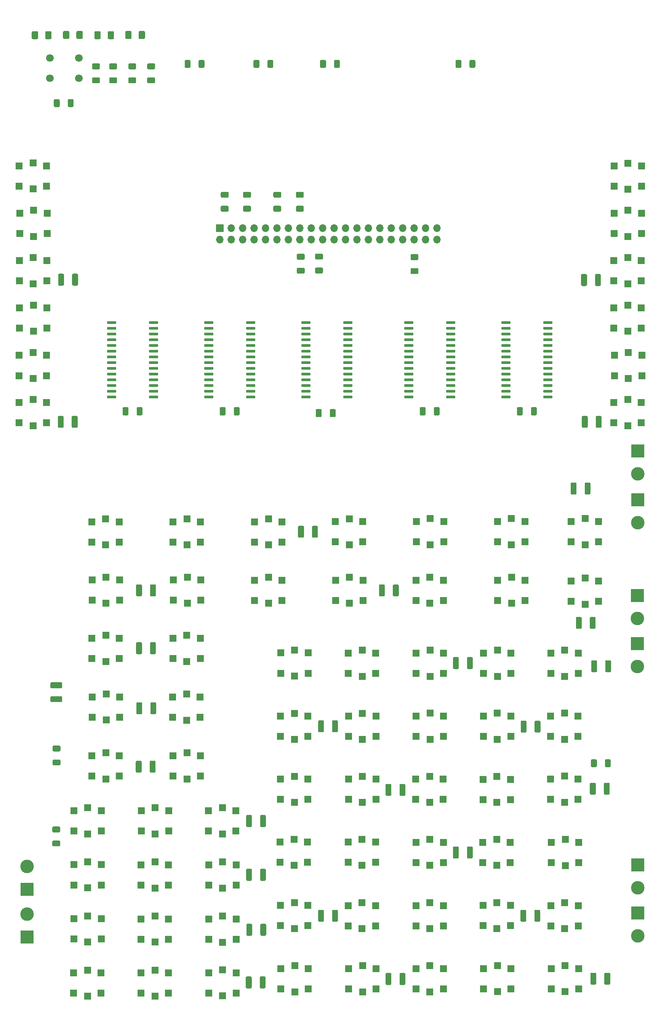
<source format=gbs>
G04 #@! TF.GenerationSoftware,KiCad,Pcbnew,(5.1.10)-1*
G04 #@! TF.CreationDate,2022-01-05T12:21:16+00:00*
G04 #@! TF.ProjectId,opena3xx-mcdu,6f70656e-6133-4787-982d-6d6364752e6b,0.1*
G04 #@! TF.SameCoordinates,Original*
G04 #@! TF.FileFunction,Soldermask,Bot*
G04 #@! TF.FilePolarity,Negative*
%FSLAX46Y46*%
G04 Gerber Fmt 4.6, Leading zero omitted, Abs format (unit mm)*
G04 Created by KiCad (PCBNEW (5.1.10)-1) date 2022-01-05 12:21:16*
%MOMM*%
%LPD*%
G01*
G04 APERTURE LIST*
%ADD10C,3.000000*%
%ADD11R,3.000000X3.000000*%
%ADD12R,1.524000X1.524000*%
%ADD13C,1.700000*%
%ADD14O,1.700000X1.700000*%
%ADD15R,1.700000X1.700000*%
G04 APERTURE END LIST*
G36*
G01*
X45352281Y-172399720D02*
X43202279Y-172399720D01*
G75*
G02*
X42952280Y-172149721I0J249999D01*
G01*
X42952280Y-171349719D01*
G75*
G02*
X43202279Y-171099720I249999J0D01*
G01*
X45352281Y-171099720D01*
G75*
G02*
X45602280Y-171349719I0J-249999D01*
G01*
X45602280Y-172149721D01*
G75*
G02*
X45352281Y-172399720I-249999J0D01*
G01*
G37*
G36*
G01*
X45352281Y-175499720D02*
X43202279Y-175499720D01*
G75*
G02*
X42952280Y-175249721I0J249999D01*
G01*
X42952280Y-174449719D01*
G75*
G02*
X43202279Y-174199720I249999J0D01*
G01*
X45352281Y-174199720D01*
G75*
G02*
X45602280Y-174449719I0J-249999D01*
G01*
X45602280Y-175249721D01*
G75*
G02*
X45352281Y-175499720I-249999J0D01*
G01*
G37*
G36*
G01*
X166256540Y-168595621D02*
X166256540Y-166445619D01*
G75*
G02*
X166506539Y-166195620I249999J0D01*
G01*
X167306541Y-166195620D01*
G75*
G02*
X167556540Y-166445619I0J-249999D01*
G01*
X167556540Y-168595621D01*
G75*
G02*
X167306541Y-168845620I-249999J0D01*
G01*
X166506539Y-168845620D01*
G75*
G02*
X166256540Y-168595621I0J249999D01*
G01*
G37*
G36*
G01*
X163156540Y-168595621D02*
X163156540Y-166445619D01*
G75*
G02*
X163406539Y-166195620I249999J0D01*
G01*
X164206541Y-166195620D01*
G75*
G02*
X164456540Y-166445619I0J-249999D01*
G01*
X164456540Y-168595621D01*
G75*
G02*
X164206541Y-168845620I-249999J0D01*
G01*
X163406539Y-168845620D01*
G75*
G02*
X163156540Y-168595621I0J249999D01*
G01*
G37*
G36*
G01*
X162835160Y-158979181D02*
X162835160Y-156829179D01*
G75*
G02*
X163085159Y-156579180I249999J0D01*
G01*
X163885161Y-156579180D01*
G75*
G02*
X164135160Y-156829179I0J-249999D01*
G01*
X164135160Y-158979181D01*
G75*
G02*
X163885161Y-159229180I-249999J0D01*
G01*
X163085159Y-159229180D01*
G75*
G02*
X162835160Y-158979181I0J249999D01*
G01*
G37*
G36*
G01*
X159735160Y-158979181D02*
X159735160Y-156829179D01*
G75*
G02*
X159985159Y-156579180I249999J0D01*
G01*
X160785161Y-156579180D01*
G75*
G02*
X161035160Y-156829179I0J-249999D01*
G01*
X161035160Y-158979181D01*
G75*
G02*
X160785161Y-159229180I-249999J0D01*
G01*
X159985159Y-159229180D01*
G75*
G02*
X159735160Y-158979181I0J249999D01*
G01*
G37*
D10*
X173507400Y-227352460D03*
D11*
X173507400Y-222272460D03*
D12*
X70168000Y-161328000D03*
X76268000Y-161328000D03*
X70168000Y-165828000D03*
X76268000Y-165828000D03*
X73268000Y-160678000D03*
X73268000Y-166478000D03*
D10*
X173380000Y-167589000D03*
D11*
X173380000Y-162509000D03*
D12*
X142304000Y-135420000D03*
X148404000Y-135420000D03*
X142304000Y-139920000D03*
X148404000Y-139920000D03*
X145404000Y-134770000D03*
X145404000Y-140570000D03*
X127370000Y-140570000D03*
X127370000Y-134770000D03*
X130370000Y-139920000D03*
X124270000Y-139920000D03*
X130370000Y-135420000D03*
X124270000Y-135420000D03*
D10*
X173380000Y-156896000D03*
D11*
X173380000Y-151816000D03*
D12*
X39145600Y-82657600D03*
X39145600Y-76857600D03*
X42145600Y-82007600D03*
X36045600Y-82007600D03*
X42145600Y-77507600D03*
X36045600Y-77507600D03*
X161812000Y-153778000D03*
X161812000Y-147978000D03*
X164812000Y-153128000D03*
X158712000Y-153128000D03*
X164812000Y-148628000D03*
X158712000Y-148628000D03*
X161812000Y-140570000D03*
X161812000Y-134770000D03*
X164812000Y-139920000D03*
X158712000Y-139920000D03*
X164812000Y-135420000D03*
X158712000Y-135420000D03*
G36*
G01*
X161682000Y-129167001D02*
X161682000Y-127016999D01*
G75*
G02*
X161931999Y-126767000I249999J0D01*
G01*
X162732001Y-126767000D01*
G75*
G02*
X162982000Y-127016999I0J-249999D01*
G01*
X162982000Y-129167001D01*
G75*
G02*
X162732001Y-129417000I-249999J0D01*
G01*
X161931999Y-129417000D01*
G75*
G02*
X161682000Y-129167001I0J249999D01*
G01*
G37*
G36*
G01*
X158582000Y-129167001D02*
X158582000Y-127016999D01*
G75*
G02*
X158831999Y-126767000I249999J0D01*
G01*
X159632001Y-126767000D01*
G75*
G02*
X159882000Y-127016999I0J-249999D01*
G01*
X159882000Y-129167001D01*
G75*
G02*
X159632001Y-129417000I-249999J0D01*
G01*
X158831999Y-129417000D01*
G75*
G02*
X158582000Y-129167001I0J249999D01*
G01*
G37*
D10*
X173469000Y-124841000D03*
D11*
X173469000Y-119761000D03*
D10*
X173469000Y-135636000D03*
D11*
X173469000Y-130556000D03*
D12*
X51272000Y-204755000D03*
X51272000Y-198955000D03*
X54272000Y-204105000D03*
X48172000Y-204105000D03*
X54272000Y-199605000D03*
X48172000Y-199605000D03*
G36*
G01*
X152469000Y-107922000D02*
X152469000Y-107622000D01*
G75*
G02*
X152619000Y-107472000I150000J0D01*
G01*
X154369000Y-107472000D01*
G75*
G02*
X154519000Y-107622000I0J-150000D01*
G01*
X154519000Y-107922000D01*
G75*
G02*
X154369000Y-108072000I-150000J0D01*
G01*
X152619000Y-108072000D01*
G75*
G02*
X152469000Y-107922000I0J150000D01*
G01*
G37*
G36*
G01*
X152469000Y-106652000D02*
X152469000Y-106352000D01*
G75*
G02*
X152619000Y-106202000I150000J0D01*
G01*
X154369000Y-106202000D01*
G75*
G02*
X154519000Y-106352000I0J-150000D01*
G01*
X154519000Y-106652000D01*
G75*
G02*
X154369000Y-106802000I-150000J0D01*
G01*
X152619000Y-106802000D01*
G75*
G02*
X152469000Y-106652000I0J150000D01*
G01*
G37*
G36*
G01*
X152469000Y-105382000D02*
X152469000Y-105082000D01*
G75*
G02*
X152619000Y-104932000I150000J0D01*
G01*
X154369000Y-104932000D01*
G75*
G02*
X154519000Y-105082000I0J-150000D01*
G01*
X154519000Y-105382000D01*
G75*
G02*
X154369000Y-105532000I-150000J0D01*
G01*
X152619000Y-105532000D01*
G75*
G02*
X152469000Y-105382000I0J150000D01*
G01*
G37*
G36*
G01*
X152469000Y-104112000D02*
X152469000Y-103812000D01*
G75*
G02*
X152619000Y-103662000I150000J0D01*
G01*
X154369000Y-103662000D01*
G75*
G02*
X154519000Y-103812000I0J-150000D01*
G01*
X154519000Y-104112000D01*
G75*
G02*
X154369000Y-104262000I-150000J0D01*
G01*
X152619000Y-104262000D01*
G75*
G02*
X152469000Y-104112000I0J150000D01*
G01*
G37*
G36*
G01*
X152469000Y-102842000D02*
X152469000Y-102542000D01*
G75*
G02*
X152619000Y-102392000I150000J0D01*
G01*
X154369000Y-102392000D01*
G75*
G02*
X154519000Y-102542000I0J-150000D01*
G01*
X154519000Y-102842000D01*
G75*
G02*
X154369000Y-102992000I-150000J0D01*
G01*
X152619000Y-102992000D01*
G75*
G02*
X152469000Y-102842000I0J150000D01*
G01*
G37*
G36*
G01*
X152469000Y-101572000D02*
X152469000Y-101272000D01*
G75*
G02*
X152619000Y-101122000I150000J0D01*
G01*
X154369000Y-101122000D01*
G75*
G02*
X154519000Y-101272000I0J-150000D01*
G01*
X154519000Y-101572000D01*
G75*
G02*
X154369000Y-101722000I-150000J0D01*
G01*
X152619000Y-101722000D01*
G75*
G02*
X152469000Y-101572000I0J150000D01*
G01*
G37*
G36*
G01*
X152469000Y-100302000D02*
X152469000Y-100002000D01*
G75*
G02*
X152619000Y-99852000I150000J0D01*
G01*
X154369000Y-99852000D01*
G75*
G02*
X154519000Y-100002000I0J-150000D01*
G01*
X154519000Y-100302000D01*
G75*
G02*
X154369000Y-100452000I-150000J0D01*
G01*
X152619000Y-100452000D01*
G75*
G02*
X152469000Y-100302000I0J150000D01*
G01*
G37*
G36*
G01*
X152469000Y-99032000D02*
X152469000Y-98732000D01*
G75*
G02*
X152619000Y-98582000I150000J0D01*
G01*
X154369000Y-98582000D01*
G75*
G02*
X154519000Y-98732000I0J-150000D01*
G01*
X154519000Y-99032000D01*
G75*
G02*
X154369000Y-99182000I-150000J0D01*
G01*
X152619000Y-99182000D01*
G75*
G02*
X152469000Y-99032000I0J150000D01*
G01*
G37*
G36*
G01*
X152469000Y-97762000D02*
X152469000Y-97462000D01*
G75*
G02*
X152619000Y-97312000I150000J0D01*
G01*
X154369000Y-97312000D01*
G75*
G02*
X154519000Y-97462000I0J-150000D01*
G01*
X154519000Y-97762000D01*
G75*
G02*
X154369000Y-97912000I-150000J0D01*
G01*
X152619000Y-97912000D01*
G75*
G02*
X152469000Y-97762000I0J150000D01*
G01*
G37*
G36*
G01*
X152469000Y-96492000D02*
X152469000Y-96192000D01*
G75*
G02*
X152619000Y-96042000I150000J0D01*
G01*
X154369000Y-96042000D01*
G75*
G02*
X154519000Y-96192000I0J-150000D01*
G01*
X154519000Y-96492000D01*
G75*
G02*
X154369000Y-96642000I-150000J0D01*
G01*
X152619000Y-96642000D01*
G75*
G02*
X152469000Y-96492000I0J150000D01*
G01*
G37*
G36*
G01*
X152469000Y-95222000D02*
X152469000Y-94922000D01*
G75*
G02*
X152619000Y-94772000I150000J0D01*
G01*
X154369000Y-94772000D01*
G75*
G02*
X154519000Y-94922000I0J-150000D01*
G01*
X154519000Y-95222000D01*
G75*
G02*
X154369000Y-95372000I-150000J0D01*
G01*
X152619000Y-95372000D01*
G75*
G02*
X152469000Y-95222000I0J150000D01*
G01*
G37*
G36*
G01*
X152469000Y-93952000D02*
X152469000Y-93652000D01*
G75*
G02*
X152619000Y-93502000I150000J0D01*
G01*
X154369000Y-93502000D01*
G75*
G02*
X154519000Y-93652000I0J-150000D01*
G01*
X154519000Y-93952000D01*
G75*
G02*
X154369000Y-94102000I-150000J0D01*
G01*
X152619000Y-94102000D01*
G75*
G02*
X152469000Y-93952000I0J150000D01*
G01*
G37*
G36*
G01*
X152469000Y-92682000D02*
X152469000Y-92382000D01*
G75*
G02*
X152619000Y-92232000I150000J0D01*
G01*
X154369000Y-92232000D01*
G75*
G02*
X154519000Y-92382000I0J-150000D01*
G01*
X154519000Y-92682000D01*
G75*
G02*
X154369000Y-92832000I-150000J0D01*
G01*
X152619000Y-92832000D01*
G75*
G02*
X152469000Y-92682000I0J150000D01*
G01*
G37*
G36*
G01*
X152469000Y-91412000D02*
X152469000Y-91112000D01*
G75*
G02*
X152619000Y-90962000I150000J0D01*
G01*
X154369000Y-90962000D01*
G75*
G02*
X154519000Y-91112000I0J-150000D01*
G01*
X154519000Y-91412000D01*
G75*
G02*
X154369000Y-91562000I-150000J0D01*
G01*
X152619000Y-91562000D01*
G75*
G02*
X152469000Y-91412000I0J150000D01*
G01*
G37*
G36*
G01*
X143169000Y-91412000D02*
X143169000Y-91112000D01*
G75*
G02*
X143319000Y-90962000I150000J0D01*
G01*
X145069000Y-90962000D01*
G75*
G02*
X145219000Y-91112000I0J-150000D01*
G01*
X145219000Y-91412000D01*
G75*
G02*
X145069000Y-91562000I-150000J0D01*
G01*
X143319000Y-91562000D01*
G75*
G02*
X143169000Y-91412000I0J150000D01*
G01*
G37*
G36*
G01*
X143169000Y-92682000D02*
X143169000Y-92382000D01*
G75*
G02*
X143319000Y-92232000I150000J0D01*
G01*
X145069000Y-92232000D01*
G75*
G02*
X145219000Y-92382000I0J-150000D01*
G01*
X145219000Y-92682000D01*
G75*
G02*
X145069000Y-92832000I-150000J0D01*
G01*
X143319000Y-92832000D01*
G75*
G02*
X143169000Y-92682000I0J150000D01*
G01*
G37*
G36*
G01*
X143169000Y-93952000D02*
X143169000Y-93652000D01*
G75*
G02*
X143319000Y-93502000I150000J0D01*
G01*
X145069000Y-93502000D01*
G75*
G02*
X145219000Y-93652000I0J-150000D01*
G01*
X145219000Y-93952000D01*
G75*
G02*
X145069000Y-94102000I-150000J0D01*
G01*
X143319000Y-94102000D01*
G75*
G02*
X143169000Y-93952000I0J150000D01*
G01*
G37*
G36*
G01*
X143169000Y-95222000D02*
X143169000Y-94922000D01*
G75*
G02*
X143319000Y-94772000I150000J0D01*
G01*
X145069000Y-94772000D01*
G75*
G02*
X145219000Y-94922000I0J-150000D01*
G01*
X145219000Y-95222000D01*
G75*
G02*
X145069000Y-95372000I-150000J0D01*
G01*
X143319000Y-95372000D01*
G75*
G02*
X143169000Y-95222000I0J150000D01*
G01*
G37*
G36*
G01*
X143169000Y-96492000D02*
X143169000Y-96192000D01*
G75*
G02*
X143319000Y-96042000I150000J0D01*
G01*
X145069000Y-96042000D01*
G75*
G02*
X145219000Y-96192000I0J-150000D01*
G01*
X145219000Y-96492000D01*
G75*
G02*
X145069000Y-96642000I-150000J0D01*
G01*
X143319000Y-96642000D01*
G75*
G02*
X143169000Y-96492000I0J150000D01*
G01*
G37*
G36*
G01*
X143169000Y-97762000D02*
X143169000Y-97462000D01*
G75*
G02*
X143319000Y-97312000I150000J0D01*
G01*
X145069000Y-97312000D01*
G75*
G02*
X145219000Y-97462000I0J-150000D01*
G01*
X145219000Y-97762000D01*
G75*
G02*
X145069000Y-97912000I-150000J0D01*
G01*
X143319000Y-97912000D01*
G75*
G02*
X143169000Y-97762000I0J150000D01*
G01*
G37*
G36*
G01*
X143169000Y-99032000D02*
X143169000Y-98732000D01*
G75*
G02*
X143319000Y-98582000I150000J0D01*
G01*
X145069000Y-98582000D01*
G75*
G02*
X145219000Y-98732000I0J-150000D01*
G01*
X145219000Y-99032000D01*
G75*
G02*
X145069000Y-99182000I-150000J0D01*
G01*
X143319000Y-99182000D01*
G75*
G02*
X143169000Y-99032000I0J150000D01*
G01*
G37*
G36*
G01*
X143169000Y-100302000D02*
X143169000Y-100002000D01*
G75*
G02*
X143319000Y-99852000I150000J0D01*
G01*
X145069000Y-99852000D01*
G75*
G02*
X145219000Y-100002000I0J-150000D01*
G01*
X145219000Y-100302000D01*
G75*
G02*
X145069000Y-100452000I-150000J0D01*
G01*
X143319000Y-100452000D01*
G75*
G02*
X143169000Y-100302000I0J150000D01*
G01*
G37*
G36*
G01*
X143169000Y-101572000D02*
X143169000Y-101272000D01*
G75*
G02*
X143319000Y-101122000I150000J0D01*
G01*
X145069000Y-101122000D01*
G75*
G02*
X145219000Y-101272000I0J-150000D01*
G01*
X145219000Y-101572000D01*
G75*
G02*
X145069000Y-101722000I-150000J0D01*
G01*
X143319000Y-101722000D01*
G75*
G02*
X143169000Y-101572000I0J150000D01*
G01*
G37*
G36*
G01*
X143169000Y-102842000D02*
X143169000Y-102542000D01*
G75*
G02*
X143319000Y-102392000I150000J0D01*
G01*
X145069000Y-102392000D01*
G75*
G02*
X145219000Y-102542000I0J-150000D01*
G01*
X145219000Y-102842000D01*
G75*
G02*
X145069000Y-102992000I-150000J0D01*
G01*
X143319000Y-102992000D01*
G75*
G02*
X143169000Y-102842000I0J150000D01*
G01*
G37*
G36*
G01*
X143169000Y-104112000D02*
X143169000Y-103812000D01*
G75*
G02*
X143319000Y-103662000I150000J0D01*
G01*
X145069000Y-103662000D01*
G75*
G02*
X145219000Y-103812000I0J-150000D01*
G01*
X145219000Y-104112000D01*
G75*
G02*
X145069000Y-104262000I-150000J0D01*
G01*
X143319000Y-104262000D01*
G75*
G02*
X143169000Y-104112000I0J150000D01*
G01*
G37*
G36*
G01*
X143169000Y-105382000D02*
X143169000Y-105082000D01*
G75*
G02*
X143319000Y-104932000I150000J0D01*
G01*
X145069000Y-104932000D01*
G75*
G02*
X145219000Y-105082000I0J-150000D01*
G01*
X145219000Y-105382000D01*
G75*
G02*
X145069000Y-105532000I-150000J0D01*
G01*
X143319000Y-105532000D01*
G75*
G02*
X143169000Y-105382000I0J150000D01*
G01*
G37*
G36*
G01*
X143169000Y-106652000D02*
X143169000Y-106352000D01*
G75*
G02*
X143319000Y-106202000I150000J0D01*
G01*
X145069000Y-106202000D01*
G75*
G02*
X145219000Y-106352000I0J-150000D01*
G01*
X145219000Y-106652000D01*
G75*
G02*
X145069000Y-106802000I-150000J0D01*
G01*
X143319000Y-106802000D01*
G75*
G02*
X143169000Y-106652000I0J150000D01*
G01*
G37*
G36*
G01*
X143169000Y-107922000D02*
X143169000Y-107622000D01*
G75*
G02*
X143319000Y-107472000I150000J0D01*
G01*
X145069000Y-107472000D01*
G75*
G02*
X145219000Y-107622000I0J-150000D01*
G01*
X145219000Y-107922000D01*
G75*
G02*
X145069000Y-108072000I-150000J0D01*
G01*
X143319000Y-108072000D01*
G75*
G02*
X143169000Y-107922000I0J150000D01*
G01*
G37*
G36*
G01*
X130879000Y-107922000D02*
X130879000Y-107622000D01*
G75*
G02*
X131029000Y-107472000I150000J0D01*
G01*
X132779000Y-107472000D01*
G75*
G02*
X132929000Y-107622000I0J-150000D01*
G01*
X132929000Y-107922000D01*
G75*
G02*
X132779000Y-108072000I-150000J0D01*
G01*
X131029000Y-108072000D01*
G75*
G02*
X130879000Y-107922000I0J150000D01*
G01*
G37*
G36*
G01*
X130879000Y-106652000D02*
X130879000Y-106352000D01*
G75*
G02*
X131029000Y-106202000I150000J0D01*
G01*
X132779000Y-106202000D01*
G75*
G02*
X132929000Y-106352000I0J-150000D01*
G01*
X132929000Y-106652000D01*
G75*
G02*
X132779000Y-106802000I-150000J0D01*
G01*
X131029000Y-106802000D01*
G75*
G02*
X130879000Y-106652000I0J150000D01*
G01*
G37*
G36*
G01*
X130879000Y-105382000D02*
X130879000Y-105082000D01*
G75*
G02*
X131029000Y-104932000I150000J0D01*
G01*
X132779000Y-104932000D01*
G75*
G02*
X132929000Y-105082000I0J-150000D01*
G01*
X132929000Y-105382000D01*
G75*
G02*
X132779000Y-105532000I-150000J0D01*
G01*
X131029000Y-105532000D01*
G75*
G02*
X130879000Y-105382000I0J150000D01*
G01*
G37*
G36*
G01*
X130879000Y-104112000D02*
X130879000Y-103812000D01*
G75*
G02*
X131029000Y-103662000I150000J0D01*
G01*
X132779000Y-103662000D01*
G75*
G02*
X132929000Y-103812000I0J-150000D01*
G01*
X132929000Y-104112000D01*
G75*
G02*
X132779000Y-104262000I-150000J0D01*
G01*
X131029000Y-104262000D01*
G75*
G02*
X130879000Y-104112000I0J150000D01*
G01*
G37*
G36*
G01*
X130879000Y-102842000D02*
X130879000Y-102542000D01*
G75*
G02*
X131029000Y-102392000I150000J0D01*
G01*
X132779000Y-102392000D01*
G75*
G02*
X132929000Y-102542000I0J-150000D01*
G01*
X132929000Y-102842000D01*
G75*
G02*
X132779000Y-102992000I-150000J0D01*
G01*
X131029000Y-102992000D01*
G75*
G02*
X130879000Y-102842000I0J150000D01*
G01*
G37*
G36*
G01*
X130879000Y-101572000D02*
X130879000Y-101272000D01*
G75*
G02*
X131029000Y-101122000I150000J0D01*
G01*
X132779000Y-101122000D01*
G75*
G02*
X132929000Y-101272000I0J-150000D01*
G01*
X132929000Y-101572000D01*
G75*
G02*
X132779000Y-101722000I-150000J0D01*
G01*
X131029000Y-101722000D01*
G75*
G02*
X130879000Y-101572000I0J150000D01*
G01*
G37*
G36*
G01*
X130879000Y-100302000D02*
X130879000Y-100002000D01*
G75*
G02*
X131029000Y-99852000I150000J0D01*
G01*
X132779000Y-99852000D01*
G75*
G02*
X132929000Y-100002000I0J-150000D01*
G01*
X132929000Y-100302000D01*
G75*
G02*
X132779000Y-100452000I-150000J0D01*
G01*
X131029000Y-100452000D01*
G75*
G02*
X130879000Y-100302000I0J150000D01*
G01*
G37*
G36*
G01*
X130879000Y-99032000D02*
X130879000Y-98732000D01*
G75*
G02*
X131029000Y-98582000I150000J0D01*
G01*
X132779000Y-98582000D01*
G75*
G02*
X132929000Y-98732000I0J-150000D01*
G01*
X132929000Y-99032000D01*
G75*
G02*
X132779000Y-99182000I-150000J0D01*
G01*
X131029000Y-99182000D01*
G75*
G02*
X130879000Y-99032000I0J150000D01*
G01*
G37*
G36*
G01*
X130879000Y-97762000D02*
X130879000Y-97462000D01*
G75*
G02*
X131029000Y-97312000I150000J0D01*
G01*
X132779000Y-97312000D01*
G75*
G02*
X132929000Y-97462000I0J-150000D01*
G01*
X132929000Y-97762000D01*
G75*
G02*
X132779000Y-97912000I-150000J0D01*
G01*
X131029000Y-97912000D01*
G75*
G02*
X130879000Y-97762000I0J150000D01*
G01*
G37*
G36*
G01*
X130879000Y-96492000D02*
X130879000Y-96192000D01*
G75*
G02*
X131029000Y-96042000I150000J0D01*
G01*
X132779000Y-96042000D01*
G75*
G02*
X132929000Y-96192000I0J-150000D01*
G01*
X132929000Y-96492000D01*
G75*
G02*
X132779000Y-96642000I-150000J0D01*
G01*
X131029000Y-96642000D01*
G75*
G02*
X130879000Y-96492000I0J150000D01*
G01*
G37*
G36*
G01*
X130879000Y-95222000D02*
X130879000Y-94922000D01*
G75*
G02*
X131029000Y-94772000I150000J0D01*
G01*
X132779000Y-94772000D01*
G75*
G02*
X132929000Y-94922000I0J-150000D01*
G01*
X132929000Y-95222000D01*
G75*
G02*
X132779000Y-95372000I-150000J0D01*
G01*
X131029000Y-95372000D01*
G75*
G02*
X130879000Y-95222000I0J150000D01*
G01*
G37*
G36*
G01*
X130879000Y-93952000D02*
X130879000Y-93652000D01*
G75*
G02*
X131029000Y-93502000I150000J0D01*
G01*
X132779000Y-93502000D01*
G75*
G02*
X132929000Y-93652000I0J-150000D01*
G01*
X132929000Y-93952000D01*
G75*
G02*
X132779000Y-94102000I-150000J0D01*
G01*
X131029000Y-94102000D01*
G75*
G02*
X130879000Y-93952000I0J150000D01*
G01*
G37*
G36*
G01*
X130879000Y-92682000D02*
X130879000Y-92382000D01*
G75*
G02*
X131029000Y-92232000I150000J0D01*
G01*
X132779000Y-92232000D01*
G75*
G02*
X132929000Y-92382000I0J-150000D01*
G01*
X132929000Y-92682000D01*
G75*
G02*
X132779000Y-92832000I-150000J0D01*
G01*
X131029000Y-92832000D01*
G75*
G02*
X130879000Y-92682000I0J150000D01*
G01*
G37*
G36*
G01*
X130879000Y-91412000D02*
X130879000Y-91112000D01*
G75*
G02*
X131029000Y-90962000I150000J0D01*
G01*
X132779000Y-90962000D01*
G75*
G02*
X132929000Y-91112000I0J-150000D01*
G01*
X132929000Y-91412000D01*
G75*
G02*
X132779000Y-91562000I-150000J0D01*
G01*
X131029000Y-91562000D01*
G75*
G02*
X130879000Y-91412000I0J150000D01*
G01*
G37*
G36*
G01*
X121579000Y-91412000D02*
X121579000Y-91112000D01*
G75*
G02*
X121729000Y-90962000I150000J0D01*
G01*
X123479000Y-90962000D01*
G75*
G02*
X123629000Y-91112000I0J-150000D01*
G01*
X123629000Y-91412000D01*
G75*
G02*
X123479000Y-91562000I-150000J0D01*
G01*
X121729000Y-91562000D01*
G75*
G02*
X121579000Y-91412000I0J150000D01*
G01*
G37*
G36*
G01*
X121579000Y-92682000D02*
X121579000Y-92382000D01*
G75*
G02*
X121729000Y-92232000I150000J0D01*
G01*
X123479000Y-92232000D01*
G75*
G02*
X123629000Y-92382000I0J-150000D01*
G01*
X123629000Y-92682000D01*
G75*
G02*
X123479000Y-92832000I-150000J0D01*
G01*
X121729000Y-92832000D01*
G75*
G02*
X121579000Y-92682000I0J150000D01*
G01*
G37*
G36*
G01*
X121579000Y-93952000D02*
X121579000Y-93652000D01*
G75*
G02*
X121729000Y-93502000I150000J0D01*
G01*
X123479000Y-93502000D01*
G75*
G02*
X123629000Y-93652000I0J-150000D01*
G01*
X123629000Y-93952000D01*
G75*
G02*
X123479000Y-94102000I-150000J0D01*
G01*
X121729000Y-94102000D01*
G75*
G02*
X121579000Y-93952000I0J150000D01*
G01*
G37*
G36*
G01*
X121579000Y-95222000D02*
X121579000Y-94922000D01*
G75*
G02*
X121729000Y-94772000I150000J0D01*
G01*
X123479000Y-94772000D01*
G75*
G02*
X123629000Y-94922000I0J-150000D01*
G01*
X123629000Y-95222000D01*
G75*
G02*
X123479000Y-95372000I-150000J0D01*
G01*
X121729000Y-95372000D01*
G75*
G02*
X121579000Y-95222000I0J150000D01*
G01*
G37*
G36*
G01*
X121579000Y-96492000D02*
X121579000Y-96192000D01*
G75*
G02*
X121729000Y-96042000I150000J0D01*
G01*
X123479000Y-96042000D01*
G75*
G02*
X123629000Y-96192000I0J-150000D01*
G01*
X123629000Y-96492000D01*
G75*
G02*
X123479000Y-96642000I-150000J0D01*
G01*
X121729000Y-96642000D01*
G75*
G02*
X121579000Y-96492000I0J150000D01*
G01*
G37*
G36*
G01*
X121579000Y-97762000D02*
X121579000Y-97462000D01*
G75*
G02*
X121729000Y-97312000I150000J0D01*
G01*
X123479000Y-97312000D01*
G75*
G02*
X123629000Y-97462000I0J-150000D01*
G01*
X123629000Y-97762000D01*
G75*
G02*
X123479000Y-97912000I-150000J0D01*
G01*
X121729000Y-97912000D01*
G75*
G02*
X121579000Y-97762000I0J150000D01*
G01*
G37*
G36*
G01*
X121579000Y-99032000D02*
X121579000Y-98732000D01*
G75*
G02*
X121729000Y-98582000I150000J0D01*
G01*
X123479000Y-98582000D01*
G75*
G02*
X123629000Y-98732000I0J-150000D01*
G01*
X123629000Y-99032000D01*
G75*
G02*
X123479000Y-99182000I-150000J0D01*
G01*
X121729000Y-99182000D01*
G75*
G02*
X121579000Y-99032000I0J150000D01*
G01*
G37*
G36*
G01*
X121579000Y-100302000D02*
X121579000Y-100002000D01*
G75*
G02*
X121729000Y-99852000I150000J0D01*
G01*
X123479000Y-99852000D01*
G75*
G02*
X123629000Y-100002000I0J-150000D01*
G01*
X123629000Y-100302000D01*
G75*
G02*
X123479000Y-100452000I-150000J0D01*
G01*
X121729000Y-100452000D01*
G75*
G02*
X121579000Y-100302000I0J150000D01*
G01*
G37*
G36*
G01*
X121579000Y-101572000D02*
X121579000Y-101272000D01*
G75*
G02*
X121729000Y-101122000I150000J0D01*
G01*
X123479000Y-101122000D01*
G75*
G02*
X123629000Y-101272000I0J-150000D01*
G01*
X123629000Y-101572000D01*
G75*
G02*
X123479000Y-101722000I-150000J0D01*
G01*
X121729000Y-101722000D01*
G75*
G02*
X121579000Y-101572000I0J150000D01*
G01*
G37*
G36*
G01*
X121579000Y-102842000D02*
X121579000Y-102542000D01*
G75*
G02*
X121729000Y-102392000I150000J0D01*
G01*
X123479000Y-102392000D01*
G75*
G02*
X123629000Y-102542000I0J-150000D01*
G01*
X123629000Y-102842000D01*
G75*
G02*
X123479000Y-102992000I-150000J0D01*
G01*
X121729000Y-102992000D01*
G75*
G02*
X121579000Y-102842000I0J150000D01*
G01*
G37*
G36*
G01*
X121579000Y-104112000D02*
X121579000Y-103812000D01*
G75*
G02*
X121729000Y-103662000I150000J0D01*
G01*
X123479000Y-103662000D01*
G75*
G02*
X123629000Y-103812000I0J-150000D01*
G01*
X123629000Y-104112000D01*
G75*
G02*
X123479000Y-104262000I-150000J0D01*
G01*
X121729000Y-104262000D01*
G75*
G02*
X121579000Y-104112000I0J150000D01*
G01*
G37*
G36*
G01*
X121579000Y-105382000D02*
X121579000Y-105082000D01*
G75*
G02*
X121729000Y-104932000I150000J0D01*
G01*
X123479000Y-104932000D01*
G75*
G02*
X123629000Y-105082000I0J-150000D01*
G01*
X123629000Y-105382000D01*
G75*
G02*
X123479000Y-105532000I-150000J0D01*
G01*
X121729000Y-105532000D01*
G75*
G02*
X121579000Y-105382000I0J150000D01*
G01*
G37*
G36*
G01*
X121579000Y-106652000D02*
X121579000Y-106352000D01*
G75*
G02*
X121729000Y-106202000I150000J0D01*
G01*
X123479000Y-106202000D01*
G75*
G02*
X123629000Y-106352000I0J-150000D01*
G01*
X123629000Y-106652000D01*
G75*
G02*
X123479000Y-106802000I-150000J0D01*
G01*
X121729000Y-106802000D01*
G75*
G02*
X121579000Y-106652000I0J150000D01*
G01*
G37*
G36*
G01*
X121579000Y-107922000D02*
X121579000Y-107622000D01*
G75*
G02*
X121729000Y-107472000I150000J0D01*
G01*
X123479000Y-107472000D01*
G75*
G02*
X123629000Y-107622000I0J-150000D01*
G01*
X123629000Y-107922000D01*
G75*
G02*
X123479000Y-108072000I-150000J0D01*
G01*
X121729000Y-108072000D01*
G75*
G02*
X121579000Y-107922000I0J150000D01*
G01*
G37*
G36*
G01*
X108019000Y-107922000D02*
X108019000Y-107622000D01*
G75*
G02*
X108169000Y-107472000I150000J0D01*
G01*
X109919000Y-107472000D01*
G75*
G02*
X110069000Y-107622000I0J-150000D01*
G01*
X110069000Y-107922000D01*
G75*
G02*
X109919000Y-108072000I-150000J0D01*
G01*
X108169000Y-108072000D01*
G75*
G02*
X108019000Y-107922000I0J150000D01*
G01*
G37*
G36*
G01*
X108019000Y-106652000D02*
X108019000Y-106352000D01*
G75*
G02*
X108169000Y-106202000I150000J0D01*
G01*
X109919000Y-106202000D01*
G75*
G02*
X110069000Y-106352000I0J-150000D01*
G01*
X110069000Y-106652000D01*
G75*
G02*
X109919000Y-106802000I-150000J0D01*
G01*
X108169000Y-106802000D01*
G75*
G02*
X108019000Y-106652000I0J150000D01*
G01*
G37*
G36*
G01*
X108019000Y-105382000D02*
X108019000Y-105082000D01*
G75*
G02*
X108169000Y-104932000I150000J0D01*
G01*
X109919000Y-104932000D01*
G75*
G02*
X110069000Y-105082000I0J-150000D01*
G01*
X110069000Y-105382000D01*
G75*
G02*
X109919000Y-105532000I-150000J0D01*
G01*
X108169000Y-105532000D01*
G75*
G02*
X108019000Y-105382000I0J150000D01*
G01*
G37*
G36*
G01*
X108019000Y-104112000D02*
X108019000Y-103812000D01*
G75*
G02*
X108169000Y-103662000I150000J0D01*
G01*
X109919000Y-103662000D01*
G75*
G02*
X110069000Y-103812000I0J-150000D01*
G01*
X110069000Y-104112000D01*
G75*
G02*
X109919000Y-104262000I-150000J0D01*
G01*
X108169000Y-104262000D01*
G75*
G02*
X108019000Y-104112000I0J150000D01*
G01*
G37*
G36*
G01*
X108019000Y-102842000D02*
X108019000Y-102542000D01*
G75*
G02*
X108169000Y-102392000I150000J0D01*
G01*
X109919000Y-102392000D01*
G75*
G02*
X110069000Y-102542000I0J-150000D01*
G01*
X110069000Y-102842000D01*
G75*
G02*
X109919000Y-102992000I-150000J0D01*
G01*
X108169000Y-102992000D01*
G75*
G02*
X108019000Y-102842000I0J150000D01*
G01*
G37*
G36*
G01*
X108019000Y-101572000D02*
X108019000Y-101272000D01*
G75*
G02*
X108169000Y-101122000I150000J0D01*
G01*
X109919000Y-101122000D01*
G75*
G02*
X110069000Y-101272000I0J-150000D01*
G01*
X110069000Y-101572000D01*
G75*
G02*
X109919000Y-101722000I-150000J0D01*
G01*
X108169000Y-101722000D01*
G75*
G02*
X108019000Y-101572000I0J150000D01*
G01*
G37*
G36*
G01*
X108019000Y-100302000D02*
X108019000Y-100002000D01*
G75*
G02*
X108169000Y-99852000I150000J0D01*
G01*
X109919000Y-99852000D01*
G75*
G02*
X110069000Y-100002000I0J-150000D01*
G01*
X110069000Y-100302000D01*
G75*
G02*
X109919000Y-100452000I-150000J0D01*
G01*
X108169000Y-100452000D01*
G75*
G02*
X108019000Y-100302000I0J150000D01*
G01*
G37*
G36*
G01*
X108019000Y-99032000D02*
X108019000Y-98732000D01*
G75*
G02*
X108169000Y-98582000I150000J0D01*
G01*
X109919000Y-98582000D01*
G75*
G02*
X110069000Y-98732000I0J-150000D01*
G01*
X110069000Y-99032000D01*
G75*
G02*
X109919000Y-99182000I-150000J0D01*
G01*
X108169000Y-99182000D01*
G75*
G02*
X108019000Y-99032000I0J150000D01*
G01*
G37*
G36*
G01*
X108019000Y-97762000D02*
X108019000Y-97462000D01*
G75*
G02*
X108169000Y-97312000I150000J0D01*
G01*
X109919000Y-97312000D01*
G75*
G02*
X110069000Y-97462000I0J-150000D01*
G01*
X110069000Y-97762000D01*
G75*
G02*
X109919000Y-97912000I-150000J0D01*
G01*
X108169000Y-97912000D01*
G75*
G02*
X108019000Y-97762000I0J150000D01*
G01*
G37*
G36*
G01*
X108019000Y-96492000D02*
X108019000Y-96192000D01*
G75*
G02*
X108169000Y-96042000I150000J0D01*
G01*
X109919000Y-96042000D01*
G75*
G02*
X110069000Y-96192000I0J-150000D01*
G01*
X110069000Y-96492000D01*
G75*
G02*
X109919000Y-96642000I-150000J0D01*
G01*
X108169000Y-96642000D01*
G75*
G02*
X108019000Y-96492000I0J150000D01*
G01*
G37*
G36*
G01*
X108019000Y-95222000D02*
X108019000Y-94922000D01*
G75*
G02*
X108169000Y-94772000I150000J0D01*
G01*
X109919000Y-94772000D01*
G75*
G02*
X110069000Y-94922000I0J-150000D01*
G01*
X110069000Y-95222000D01*
G75*
G02*
X109919000Y-95372000I-150000J0D01*
G01*
X108169000Y-95372000D01*
G75*
G02*
X108019000Y-95222000I0J150000D01*
G01*
G37*
G36*
G01*
X108019000Y-93952000D02*
X108019000Y-93652000D01*
G75*
G02*
X108169000Y-93502000I150000J0D01*
G01*
X109919000Y-93502000D01*
G75*
G02*
X110069000Y-93652000I0J-150000D01*
G01*
X110069000Y-93952000D01*
G75*
G02*
X109919000Y-94102000I-150000J0D01*
G01*
X108169000Y-94102000D01*
G75*
G02*
X108019000Y-93952000I0J150000D01*
G01*
G37*
G36*
G01*
X108019000Y-92682000D02*
X108019000Y-92382000D01*
G75*
G02*
X108169000Y-92232000I150000J0D01*
G01*
X109919000Y-92232000D01*
G75*
G02*
X110069000Y-92382000I0J-150000D01*
G01*
X110069000Y-92682000D01*
G75*
G02*
X109919000Y-92832000I-150000J0D01*
G01*
X108169000Y-92832000D01*
G75*
G02*
X108019000Y-92682000I0J150000D01*
G01*
G37*
G36*
G01*
X108019000Y-91412000D02*
X108019000Y-91112000D01*
G75*
G02*
X108169000Y-90962000I150000J0D01*
G01*
X109919000Y-90962000D01*
G75*
G02*
X110069000Y-91112000I0J-150000D01*
G01*
X110069000Y-91412000D01*
G75*
G02*
X109919000Y-91562000I-150000J0D01*
G01*
X108169000Y-91562000D01*
G75*
G02*
X108019000Y-91412000I0J150000D01*
G01*
G37*
G36*
G01*
X98719000Y-91412000D02*
X98719000Y-91112000D01*
G75*
G02*
X98869000Y-90962000I150000J0D01*
G01*
X100619000Y-90962000D01*
G75*
G02*
X100769000Y-91112000I0J-150000D01*
G01*
X100769000Y-91412000D01*
G75*
G02*
X100619000Y-91562000I-150000J0D01*
G01*
X98869000Y-91562000D01*
G75*
G02*
X98719000Y-91412000I0J150000D01*
G01*
G37*
G36*
G01*
X98719000Y-92682000D02*
X98719000Y-92382000D01*
G75*
G02*
X98869000Y-92232000I150000J0D01*
G01*
X100619000Y-92232000D01*
G75*
G02*
X100769000Y-92382000I0J-150000D01*
G01*
X100769000Y-92682000D01*
G75*
G02*
X100619000Y-92832000I-150000J0D01*
G01*
X98869000Y-92832000D01*
G75*
G02*
X98719000Y-92682000I0J150000D01*
G01*
G37*
G36*
G01*
X98719000Y-93952000D02*
X98719000Y-93652000D01*
G75*
G02*
X98869000Y-93502000I150000J0D01*
G01*
X100619000Y-93502000D01*
G75*
G02*
X100769000Y-93652000I0J-150000D01*
G01*
X100769000Y-93952000D01*
G75*
G02*
X100619000Y-94102000I-150000J0D01*
G01*
X98869000Y-94102000D01*
G75*
G02*
X98719000Y-93952000I0J150000D01*
G01*
G37*
G36*
G01*
X98719000Y-95222000D02*
X98719000Y-94922000D01*
G75*
G02*
X98869000Y-94772000I150000J0D01*
G01*
X100619000Y-94772000D01*
G75*
G02*
X100769000Y-94922000I0J-150000D01*
G01*
X100769000Y-95222000D01*
G75*
G02*
X100619000Y-95372000I-150000J0D01*
G01*
X98869000Y-95372000D01*
G75*
G02*
X98719000Y-95222000I0J150000D01*
G01*
G37*
G36*
G01*
X98719000Y-96492000D02*
X98719000Y-96192000D01*
G75*
G02*
X98869000Y-96042000I150000J0D01*
G01*
X100619000Y-96042000D01*
G75*
G02*
X100769000Y-96192000I0J-150000D01*
G01*
X100769000Y-96492000D01*
G75*
G02*
X100619000Y-96642000I-150000J0D01*
G01*
X98869000Y-96642000D01*
G75*
G02*
X98719000Y-96492000I0J150000D01*
G01*
G37*
G36*
G01*
X98719000Y-97762000D02*
X98719000Y-97462000D01*
G75*
G02*
X98869000Y-97312000I150000J0D01*
G01*
X100619000Y-97312000D01*
G75*
G02*
X100769000Y-97462000I0J-150000D01*
G01*
X100769000Y-97762000D01*
G75*
G02*
X100619000Y-97912000I-150000J0D01*
G01*
X98869000Y-97912000D01*
G75*
G02*
X98719000Y-97762000I0J150000D01*
G01*
G37*
G36*
G01*
X98719000Y-99032000D02*
X98719000Y-98732000D01*
G75*
G02*
X98869000Y-98582000I150000J0D01*
G01*
X100619000Y-98582000D01*
G75*
G02*
X100769000Y-98732000I0J-150000D01*
G01*
X100769000Y-99032000D01*
G75*
G02*
X100619000Y-99182000I-150000J0D01*
G01*
X98869000Y-99182000D01*
G75*
G02*
X98719000Y-99032000I0J150000D01*
G01*
G37*
G36*
G01*
X98719000Y-100302000D02*
X98719000Y-100002000D01*
G75*
G02*
X98869000Y-99852000I150000J0D01*
G01*
X100619000Y-99852000D01*
G75*
G02*
X100769000Y-100002000I0J-150000D01*
G01*
X100769000Y-100302000D01*
G75*
G02*
X100619000Y-100452000I-150000J0D01*
G01*
X98869000Y-100452000D01*
G75*
G02*
X98719000Y-100302000I0J150000D01*
G01*
G37*
G36*
G01*
X98719000Y-101572000D02*
X98719000Y-101272000D01*
G75*
G02*
X98869000Y-101122000I150000J0D01*
G01*
X100619000Y-101122000D01*
G75*
G02*
X100769000Y-101272000I0J-150000D01*
G01*
X100769000Y-101572000D01*
G75*
G02*
X100619000Y-101722000I-150000J0D01*
G01*
X98869000Y-101722000D01*
G75*
G02*
X98719000Y-101572000I0J150000D01*
G01*
G37*
G36*
G01*
X98719000Y-102842000D02*
X98719000Y-102542000D01*
G75*
G02*
X98869000Y-102392000I150000J0D01*
G01*
X100619000Y-102392000D01*
G75*
G02*
X100769000Y-102542000I0J-150000D01*
G01*
X100769000Y-102842000D01*
G75*
G02*
X100619000Y-102992000I-150000J0D01*
G01*
X98869000Y-102992000D01*
G75*
G02*
X98719000Y-102842000I0J150000D01*
G01*
G37*
G36*
G01*
X98719000Y-104112000D02*
X98719000Y-103812000D01*
G75*
G02*
X98869000Y-103662000I150000J0D01*
G01*
X100619000Y-103662000D01*
G75*
G02*
X100769000Y-103812000I0J-150000D01*
G01*
X100769000Y-104112000D01*
G75*
G02*
X100619000Y-104262000I-150000J0D01*
G01*
X98869000Y-104262000D01*
G75*
G02*
X98719000Y-104112000I0J150000D01*
G01*
G37*
G36*
G01*
X98719000Y-105382000D02*
X98719000Y-105082000D01*
G75*
G02*
X98869000Y-104932000I150000J0D01*
G01*
X100619000Y-104932000D01*
G75*
G02*
X100769000Y-105082000I0J-150000D01*
G01*
X100769000Y-105382000D01*
G75*
G02*
X100619000Y-105532000I-150000J0D01*
G01*
X98869000Y-105532000D01*
G75*
G02*
X98719000Y-105382000I0J150000D01*
G01*
G37*
G36*
G01*
X98719000Y-106652000D02*
X98719000Y-106352000D01*
G75*
G02*
X98869000Y-106202000I150000J0D01*
G01*
X100619000Y-106202000D01*
G75*
G02*
X100769000Y-106352000I0J-150000D01*
G01*
X100769000Y-106652000D01*
G75*
G02*
X100619000Y-106802000I-150000J0D01*
G01*
X98869000Y-106802000D01*
G75*
G02*
X98719000Y-106652000I0J150000D01*
G01*
G37*
G36*
G01*
X98719000Y-107922000D02*
X98719000Y-107622000D01*
G75*
G02*
X98869000Y-107472000I150000J0D01*
G01*
X100619000Y-107472000D01*
G75*
G02*
X100769000Y-107622000I0J-150000D01*
G01*
X100769000Y-107922000D01*
G75*
G02*
X100619000Y-108072000I-150000J0D01*
G01*
X98869000Y-108072000D01*
G75*
G02*
X98719000Y-107922000I0J150000D01*
G01*
G37*
G36*
G01*
X86429000Y-107922000D02*
X86429000Y-107622000D01*
G75*
G02*
X86579000Y-107472000I150000J0D01*
G01*
X88329000Y-107472000D01*
G75*
G02*
X88479000Y-107622000I0J-150000D01*
G01*
X88479000Y-107922000D01*
G75*
G02*
X88329000Y-108072000I-150000J0D01*
G01*
X86579000Y-108072000D01*
G75*
G02*
X86429000Y-107922000I0J150000D01*
G01*
G37*
G36*
G01*
X86429000Y-106652000D02*
X86429000Y-106352000D01*
G75*
G02*
X86579000Y-106202000I150000J0D01*
G01*
X88329000Y-106202000D01*
G75*
G02*
X88479000Y-106352000I0J-150000D01*
G01*
X88479000Y-106652000D01*
G75*
G02*
X88329000Y-106802000I-150000J0D01*
G01*
X86579000Y-106802000D01*
G75*
G02*
X86429000Y-106652000I0J150000D01*
G01*
G37*
G36*
G01*
X86429000Y-105382000D02*
X86429000Y-105082000D01*
G75*
G02*
X86579000Y-104932000I150000J0D01*
G01*
X88329000Y-104932000D01*
G75*
G02*
X88479000Y-105082000I0J-150000D01*
G01*
X88479000Y-105382000D01*
G75*
G02*
X88329000Y-105532000I-150000J0D01*
G01*
X86579000Y-105532000D01*
G75*
G02*
X86429000Y-105382000I0J150000D01*
G01*
G37*
G36*
G01*
X86429000Y-104112000D02*
X86429000Y-103812000D01*
G75*
G02*
X86579000Y-103662000I150000J0D01*
G01*
X88329000Y-103662000D01*
G75*
G02*
X88479000Y-103812000I0J-150000D01*
G01*
X88479000Y-104112000D01*
G75*
G02*
X88329000Y-104262000I-150000J0D01*
G01*
X86579000Y-104262000D01*
G75*
G02*
X86429000Y-104112000I0J150000D01*
G01*
G37*
G36*
G01*
X86429000Y-102842000D02*
X86429000Y-102542000D01*
G75*
G02*
X86579000Y-102392000I150000J0D01*
G01*
X88329000Y-102392000D01*
G75*
G02*
X88479000Y-102542000I0J-150000D01*
G01*
X88479000Y-102842000D01*
G75*
G02*
X88329000Y-102992000I-150000J0D01*
G01*
X86579000Y-102992000D01*
G75*
G02*
X86429000Y-102842000I0J150000D01*
G01*
G37*
G36*
G01*
X86429000Y-101572000D02*
X86429000Y-101272000D01*
G75*
G02*
X86579000Y-101122000I150000J0D01*
G01*
X88329000Y-101122000D01*
G75*
G02*
X88479000Y-101272000I0J-150000D01*
G01*
X88479000Y-101572000D01*
G75*
G02*
X88329000Y-101722000I-150000J0D01*
G01*
X86579000Y-101722000D01*
G75*
G02*
X86429000Y-101572000I0J150000D01*
G01*
G37*
G36*
G01*
X86429000Y-100302000D02*
X86429000Y-100002000D01*
G75*
G02*
X86579000Y-99852000I150000J0D01*
G01*
X88329000Y-99852000D01*
G75*
G02*
X88479000Y-100002000I0J-150000D01*
G01*
X88479000Y-100302000D01*
G75*
G02*
X88329000Y-100452000I-150000J0D01*
G01*
X86579000Y-100452000D01*
G75*
G02*
X86429000Y-100302000I0J150000D01*
G01*
G37*
G36*
G01*
X86429000Y-99032000D02*
X86429000Y-98732000D01*
G75*
G02*
X86579000Y-98582000I150000J0D01*
G01*
X88329000Y-98582000D01*
G75*
G02*
X88479000Y-98732000I0J-150000D01*
G01*
X88479000Y-99032000D01*
G75*
G02*
X88329000Y-99182000I-150000J0D01*
G01*
X86579000Y-99182000D01*
G75*
G02*
X86429000Y-99032000I0J150000D01*
G01*
G37*
G36*
G01*
X86429000Y-97762000D02*
X86429000Y-97462000D01*
G75*
G02*
X86579000Y-97312000I150000J0D01*
G01*
X88329000Y-97312000D01*
G75*
G02*
X88479000Y-97462000I0J-150000D01*
G01*
X88479000Y-97762000D01*
G75*
G02*
X88329000Y-97912000I-150000J0D01*
G01*
X86579000Y-97912000D01*
G75*
G02*
X86429000Y-97762000I0J150000D01*
G01*
G37*
G36*
G01*
X86429000Y-96492000D02*
X86429000Y-96192000D01*
G75*
G02*
X86579000Y-96042000I150000J0D01*
G01*
X88329000Y-96042000D01*
G75*
G02*
X88479000Y-96192000I0J-150000D01*
G01*
X88479000Y-96492000D01*
G75*
G02*
X88329000Y-96642000I-150000J0D01*
G01*
X86579000Y-96642000D01*
G75*
G02*
X86429000Y-96492000I0J150000D01*
G01*
G37*
G36*
G01*
X86429000Y-95222000D02*
X86429000Y-94922000D01*
G75*
G02*
X86579000Y-94772000I150000J0D01*
G01*
X88329000Y-94772000D01*
G75*
G02*
X88479000Y-94922000I0J-150000D01*
G01*
X88479000Y-95222000D01*
G75*
G02*
X88329000Y-95372000I-150000J0D01*
G01*
X86579000Y-95372000D01*
G75*
G02*
X86429000Y-95222000I0J150000D01*
G01*
G37*
G36*
G01*
X86429000Y-93952000D02*
X86429000Y-93652000D01*
G75*
G02*
X86579000Y-93502000I150000J0D01*
G01*
X88329000Y-93502000D01*
G75*
G02*
X88479000Y-93652000I0J-150000D01*
G01*
X88479000Y-93952000D01*
G75*
G02*
X88329000Y-94102000I-150000J0D01*
G01*
X86579000Y-94102000D01*
G75*
G02*
X86429000Y-93952000I0J150000D01*
G01*
G37*
G36*
G01*
X86429000Y-92682000D02*
X86429000Y-92382000D01*
G75*
G02*
X86579000Y-92232000I150000J0D01*
G01*
X88329000Y-92232000D01*
G75*
G02*
X88479000Y-92382000I0J-150000D01*
G01*
X88479000Y-92682000D01*
G75*
G02*
X88329000Y-92832000I-150000J0D01*
G01*
X86579000Y-92832000D01*
G75*
G02*
X86429000Y-92682000I0J150000D01*
G01*
G37*
G36*
G01*
X86429000Y-91412000D02*
X86429000Y-91112000D01*
G75*
G02*
X86579000Y-90962000I150000J0D01*
G01*
X88329000Y-90962000D01*
G75*
G02*
X88479000Y-91112000I0J-150000D01*
G01*
X88479000Y-91412000D01*
G75*
G02*
X88329000Y-91562000I-150000J0D01*
G01*
X86579000Y-91562000D01*
G75*
G02*
X86429000Y-91412000I0J150000D01*
G01*
G37*
G36*
G01*
X77129000Y-91412000D02*
X77129000Y-91112000D01*
G75*
G02*
X77279000Y-90962000I150000J0D01*
G01*
X79029000Y-90962000D01*
G75*
G02*
X79179000Y-91112000I0J-150000D01*
G01*
X79179000Y-91412000D01*
G75*
G02*
X79029000Y-91562000I-150000J0D01*
G01*
X77279000Y-91562000D01*
G75*
G02*
X77129000Y-91412000I0J150000D01*
G01*
G37*
G36*
G01*
X77129000Y-92682000D02*
X77129000Y-92382000D01*
G75*
G02*
X77279000Y-92232000I150000J0D01*
G01*
X79029000Y-92232000D01*
G75*
G02*
X79179000Y-92382000I0J-150000D01*
G01*
X79179000Y-92682000D01*
G75*
G02*
X79029000Y-92832000I-150000J0D01*
G01*
X77279000Y-92832000D01*
G75*
G02*
X77129000Y-92682000I0J150000D01*
G01*
G37*
G36*
G01*
X77129000Y-93952000D02*
X77129000Y-93652000D01*
G75*
G02*
X77279000Y-93502000I150000J0D01*
G01*
X79029000Y-93502000D01*
G75*
G02*
X79179000Y-93652000I0J-150000D01*
G01*
X79179000Y-93952000D01*
G75*
G02*
X79029000Y-94102000I-150000J0D01*
G01*
X77279000Y-94102000D01*
G75*
G02*
X77129000Y-93952000I0J150000D01*
G01*
G37*
G36*
G01*
X77129000Y-95222000D02*
X77129000Y-94922000D01*
G75*
G02*
X77279000Y-94772000I150000J0D01*
G01*
X79029000Y-94772000D01*
G75*
G02*
X79179000Y-94922000I0J-150000D01*
G01*
X79179000Y-95222000D01*
G75*
G02*
X79029000Y-95372000I-150000J0D01*
G01*
X77279000Y-95372000D01*
G75*
G02*
X77129000Y-95222000I0J150000D01*
G01*
G37*
G36*
G01*
X77129000Y-96492000D02*
X77129000Y-96192000D01*
G75*
G02*
X77279000Y-96042000I150000J0D01*
G01*
X79029000Y-96042000D01*
G75*
G02*
X79179000Y-96192000I0J-150000D01*
G01*
X79179000Y-96492000D01*
G75*
G02*
X79029000Y-96642000I-150000J0D01*
G01*
X77279000Y-96642000D01*
G75*
G02*
X77129000Y-96492000I0J150000D01*
G01*
G37*
G36*
G01*
X77129000Y-97762000D02*
X77129000Y-97462000D01*
G75*
G02*
X77279000Y-97312000I150000J0D01*
G01*
X79029000Y-97312000D01*
G75*
G02*
X79179000Y-97462000I0J-150000D01*
G01*
X79179000Y-97762000D01*
G75*
G02*
X79029000Y-97912000I-150000J0D01*
G01*
X77279000Y-97912000D01*
G75*
G02*
X77129000Y-97762000I0J150000D01*
G01*
G37*
G36*
G01*
X77129000Y-99032000D02*
X77129000Y-98732000D01*
G75*
G02*
X77279000Y-98582000I150000J0D01*
G01*
X79029000Y-98582000D01*
G75*
G02*
X79179000Y-98732000I0J-150000D01*
G01*
X79179000Y-99032000D01*
G75*
G02*
X79029000Y-99182000I-150000J0D01*
G01*
X77279000Y-99182000D01*
G75*
G02*
X77129000Y-99032000I0J150000D01*
G01*
G37*
G36*
G01*
X77129000Y-100302000D02*
X77129000Y-100002000D01*
G75*
G02*
X77279000Y-99852000I150000J0D01*
G01*
X79029000Y-99852000D01*
G75*
G02*
X79179000Y-100002000I0J-150000D01*
G01*
X79179000Y-100302000D01*
G75*
G02*
X79029000Y-100452000I-150000J0D01*
G01*
X77279000Y-100452000D01*
G75*
G02*
X77129000Y-100302000I0J150000D01*
G01*
G37*
G36*
G01*
X77129000Y-101572000D02*
X77129000Y-101272000D01*
G75*
G02*
X77279000Y-101122000I150000J0D01*
G01*
X79029000Y-101122000D01*
G75*
G02*
X79179000Y-101272000I0J-150000D01*
G01*
X79179000Y-101572000D01*
G75*
G02*
X79029000Y-101722000I-150000J0D01*
G01*
X77279000Y-101722000D01*
G75*
G02*
X77129000Y-101572000I0J150000D01*
G01*
G37*
G36*
G01*
X77129000Y-102842000D02*
X77129000Y-102542000D01*
G75*
G02*
X77279000Y-102392000I150000J0D01*
G01*
X79029000Y-102392000D01*
G75*
G02*
X79179000Y-102542000I0J-150000D01*
G01*
X79179000Y-102842000D01*
G75*
G02*
X79029000Y-102992000I-150000J0D01*
G01*
X77279000Y-102992000D01*
G75*
G02*
X77129000Y-102842000I0J150000D01*
G01*
G37*
G36*
G01*
X77129000Y-104112000D02*
X77129000Y-103812000D01*
G75*
G02*
X77279000Y-103662000I150000J0D01*
G01*
X79029000Y-103662000D01*
G75*
G02*
X79179000Y-103812000I0J-150000D01*
G01*
X79179000Y-104112000D01*
G75*
G02*
X79029000Y-104262000I-150000J0D01*
G01*
X77279000Y-104262000D01*
G75*
G02*
X77129000Y-104112000I0J150000D01*
G01*
G37*
G36*
G01*
X77129000Y-105382000D02*
X77129000Y-105082000D01*
G75*
G02*
X77279000Y-104932000I150000J0D01*
G01*
X79029000Y-104932000D01*
G75*
G02*
X79179000Y-105082000I0J-150000D01*
G01*
X79179000Y-105382000D01*
G75*
G02*
X79029000Y-105532000I-150000J0D01*
G01*
X77279000Y-105532000D01*
G75*
G02*
X77129000Y-105382000I0J150000D01*
G01*
G37*
G36*
G01*
X77129000Y-106652000D02*
X77129000Y-106352000D01*
G75*
G02*
X77279000Y-106202000I150000J0D01*
G01*
X79029000Y-106202000D01*
G75*
G02*
X79179000Y-106352000I0J-150000D01*
G01*
X79179000Y-106652000D01*
G75*
G02*
X79029000Y-106802000I-150000J0D01*
G01*
X77279000Y-106802000D01*
G75*
G02*
X77129000Y-106652000I0J150000D01*
G01*
G37*
G36*
G01*
X77129000Y-107922000D02*
X77129000Y-107622000D01*
G75*
G02*
X77279000Y-107472000I150000J0D01*
G01*
X79029000Y-107472000D01*
G75*
G02*
X79179000Y-107622000I0J-150000D01*
G01*
X79179000Y-107922000D01*
G75*
G02*
X79029000Y-108072000I-150000J0D01*
G01*
X77279000Y-108072000D01*
G75*
G02*
X77129000Y-107922000I0J150000D01*
G01*
G37*
G36*
G01*
X64839000Y-107922000D02*
X64839000Y-107622000D01*
G75*
G02*
X64989000Y-107472000I150000J0D01*
G01*
X66739000Y-107472000D01*
G75*
G02*
X66889000Y-107622000I0J-150000D01*
G01*
X66889000Y-107922000D01*
G75*
G02*
X66739000Y-108072000I-150000J0D01*
G01*
X64989000Y-108072000D01*
G75*
G02*
X64839000Y-107922000I0J150000D01*
G01*
G37*
G36*
G01*
X64839000Y-106652000D02*
X64839000Y-106352000D01*
G75*
G02*
X64989000Y-106202000I150000J0D01*
G01*
X66739000Y-106202000D01*
G75*
G02*
X66889000Y-106352000I0J-150000D01*
G01*
X66889000Y-106652000D01*
G75*
G02*
X66739000Y-106802000I-150000J0D01*
G01*
X64989000Y-106802000D01*
G75*
G02*
X64839000Y-106652000I0J150000D01*
G01*
G37*
G36*
G01*
X64839000Y-105382000D02*
X64839000Y-105082000D01*
G75*
G02*
X64989000Y-104932000I150000J0D01*
G01*
X66739000Y-104932000D01*
G75*
G02*
X66889000Y-105082000I0J-150000D01*
G01*
X66889000Y-105382000D01*
G75*
G02*
X66739000Y-105532000I-150000J0D01*
G01*
X64989000Y-105532000D01*
G75*
G02*
X64839000Y-105382000I0J150000D01*
G01*
G37*
G36*
G01*
X64839000Y-104112000D02*
X64839000Y-103812000D01*
G75*
G02*
X64989000Y-103662000I150000J0D01*
G01*
X66739000Y-103662000D01*
G75*
G02*
X66889000Y-103812000I0J-150000D01*
G01*
X66889000Y-104112000D01*
G75*
G02*
X66739000Y-104262000I-150000J0D01*
G01*
X64989000Y-104262000D01*
G75*
G02*
X64839000Y-104112000I0J150000D01*
G01*
G37*
G36*
G01*
X64839000Y-102842000D02*
X64839000Y-102542000D01*
G75*
G02*
X64989000Y-102392000I150000J0D01*
G01*
X66739000Y-102392000D01*
G75*
G02*
X66889000Y-102542000I0J-150000D01*
G01*
X66889000Y-102842000D01*
G75*
G02*
X66739000Y-102992000I-150000J0D01*
G01*
X64989000Y-102992000D01*
G75*
G02*
X64839000Y-102842000I0J150000D01*
G01*
G37*
G36*
G01*
X64839000Y-101572000D02*
X64839000Y-101272000D01*
G75*
G02*
X64989000Y-101122000I150000J0D01*
G01*
X66739000Y-101122000D01*
G75*
G02*
X66889000Y-101272000I0J-150000D01*
G01*
X66889000Y-101572000D01*
G75*
G02*
X66739000Y-101722000I-150000J0D01*
G01*
X64989000Y-101722000D01*
G75*
G02*
X64839000Y-101572000I0J150000D01*
G01*
G37*
G36*
G01*
X64839000Y-100302000D02*
X64839000Y-100002000D01*
G75*
G02*
X64989000Y-99852000I150000J0D01*
G01*
X66739000Y-99852000D01*
G75*
G02*
X66889000Y-100002000I0J-150000D01*
G01*
X66889000Y-100302000D01*
G75*
G02*
X66739000Y-100452000I-150000J0D01*
G01*
X64989000Y-100452000D01*
G75*
G02*
X64839000Y-100302000I0J150000D01*
G01*
G37*
G36*
G01*
X64839000Y-99032000D02*
X64839000Y-98732000D01*
G75*
G02*
X64989000Y-98582000I150000J0D01*
G01*
X66739000Y-98582000D01*
G75*
G02*
X66889000Y-98732000I0J-150000D01*
G01*
X66889000Y-99032000D01*
G75*
G02*
X66739000Y-99182000I-150000J0D01*
G01*
X64989000Y-99182000D01*
G75*
G02*
X64839000Y-99032000I0J150000D01*
G01*
G37*
G36*
G01*
X64839000Y-97762000D02*
X64839000Y-97462000D01*
G75*
G02*
X64989000Y-97312000I150000J0D01*
G01*
X66739000Y-97312000D01*
G75*
G02*
X66889000Y-97462000I0J-150000D01*
G01*
X66889000Y-97762000D01*
G75*
G02*
X66739000Y-97912000I-150000J0D01*
G01*
X64989000Y-97912000D01*
G75*
G02*
X64839000Y-97762000I0J150000D01*
G01*
G37*
G36*
G01*
X64839000Y-96492000D02*
X64839000Y-96192000D01*
G75*
G02*
X64989000Y-96042000I150000J0D01*
G01*
X66739000Y-96042000D01*
G75*
G02*
X66889000Y-96192000I0J-150000D01*
G01*
X66889000Y-96492000D01*
G75*
G02*
X66739000Y-96642000I-150000J0D01*
G01*
X64989000Y-96642000D01*
G75*
G02*
X64839000Y-96492000I0J150000D01*
G01*
G37*
G36*
G01*
X64839000Y-95222000D02*
X64839000Y-94922000D01*
G75*
G02*
X64989000Y-94772000I150000J0D01*
G01*
X66739000Y-94772000D01*
G75*
G02*
X66889000Y-94922000I0J-150000D01*
G01*
X66889000Y-95222000D01*
G75*
G02*
X66739000Y-95372000I-150000J0D01*
G01*
X64989000Y-95372000D01*
G75*
G02*
X64839000Y-95222000I0J150000D01*
G01*
G37*
G36*
G01*
X64839000Y-93952000D02*
X64839000Y-93652000D01*
G75*
G02*
X64989000Y-93502000I150000J0D01*
G01*
X66739000Y-93502000D01*
G75*
G02*
X66889000Y-93652000I0J-150000D01*
G01*
X66889000Y-93952000D01*
G75*
G02*
X66739000Y-94102000I-150000J0D01*
G01*
X64989000Y-94102000D01*
G75*
G02*
X64839000Y-93952000I0J150000D01*
G01*
G37*
G36*
G01*
X64839000Y-92682000D02*
X64839000Y-92382000D01*
G75*
G02*
X64989000Y-92232000I150000J0D01*
G01*
X66739000Y-92232000D01*
G75*
G02*
X66889000Y-92382000I0J-150000D01*
G01*
X66889000Y-92682000D01*
G75*
G02*
X66739000Y-92832000I-150000J0D01*
G01*
X64989000Y-92832000D01*
G75*
G02*
X64839000Y-92682000I0J150000D01*
G01*
G37*
G36*
G01*
X64839000Y-91412000D02*
X64839000Y-91112000D01*
G75*
G02*
X64989000Y-90962000I150000J0D01*
G01*
X66739000Y-90962000D01*
G75*
G02*
X66889000Y-91112000I0J-150000D01*
G01*
X66889000Y-91412000D01*
G75*
G02*
X66739000Y-91562000I-150000J0D01*
G01*
X64989000Y-91562000D01*
G75*
G02*
X64839000Y-91412000I0J150000D01*
G01*
G37*
G36*
G01*
X55539000Y-91412000D02*
X55539000Y-91112000D01*
G75*
G02*
X55689000Y-90962000I150000J0D01*
G01*
X57439000Y-90962000D01*
G75*
G02*
X57589000Y-91112000I0J-150000D01*
G01*
X57589000Y-91412000D01*
G75*
G02*
X57439000Y-91562000I-150000J0D01*
G01*
X55689000Y-91562000D01*
G75*
G02*
X55539000Y-91412000I0J150000D01*
G01*
G37*
G36*
G01*
X55539000Y-92682000D02*
X55539000Y-92382000D01*
G75*
G02*
X55689000Y-92232000I150000J0D01*
G01*
X57439000Y-92232000D01*
G75*
G02*
X57589000Y-92382000I0J-150000D01*
G01*
X57589000Y-92682000D01*
G75*
G02*
X57439000Y-92832000I-150000J0D01*
G01*
X55689000Y-92832000D01*
G75*
G02*
X55539000Y-92682000I0J150000D01*
G01*
G37*
G36*
G01*
X55539000Y-93952000D02*
X55539000Y-93652000D01*
G75*
G02*
X55689000Y-93502000I150000J0D01*
G01*
X57439000Y-93502000D01*
G75*
G02*
X57589000Y-93652000I0J-150000D01*
G01*
X57589000Y-93952000D01*
G75*
G02*
X57439000Y-94102000I-150000J0D01*
G01*
X55689000Y-94102000D01*
G75*
G02*
X55539000Y-93952000I0J150000D01*
G01*
G37*
G36*
G01*
X55539000Y-95222000D02*
X55539000Y-94922000D01*
G75*
G02*
X55689000Y-94772000I150000J0D01*
G01*
X57439000Y-94772000D01*
G75*
G02*
X57589000Y-94922000I0J-150000D01*
G01*
X57589000Y-95222000D01*
G75*
G02*
X57439000Y-95372000I-150000J0D01*
G01*
X55689000Y-95372000D01*
G75*
G02*
X55539000Y-95222000I0J150000D01*
G01*
G37*
G36*
G01*
X55539000Y-96492000D02*
X55539000Y-96192000D01*
G75*
G02*
X55689000Y-96042000I150000J0D01*
G01*
X57439000Y-96042000D01*
G75*
G02*
X57589000Y-96192000I0J-150000D01*
G01*
X57589000Y-96492000D01*
G75*
G02*
X57439000Y-96642000I-150000J0D01*
G01*
X55689000Y-96642000D01*
G75*
G02*
X55539000Y-96492000I0J150000D01*
G01*
G37*
G36*
G01*
X55539000Y-97762000D02*
X55539000Y-97462000D01*
G75*
G02*
X55689000Y-97312000I150000J0D01*
G01*
X57439000Y-97312000D01*
G75*
G02*
X57589000Y-97462000I0J-150000D01*
G01*
X57589000Y-97762000D01*
G75*
G02*
X57439000Y-97912000I-150000J0D01*
G01*
X55689000Y-97912000D01*
G75*
G02*
X55539000Y-97762000I0J150000D01*
G01*
G37*
G36*
G01*
X55539000Y-99032000D02*
X55539000Y-98732000D01*
G75*
G02*
X55689000Y-98582000I150000J0D01*
G01*
X57439000Y-98582000D01*
G75*
G02*
X57589000Y-98732000I0J-150000D01*
G01*
X57589000Y-99032000D01*
G75*
G02*
X57439000Y-99182000I-150000J0D01*
G01*
X55689000Y-99182000D01*
G75*
G02*
X55539000Y-99032000I0J150000D01*
G01*
G37*
G36*
G01*
X55539000Y-100302000D02*
X55539000Y-100002000D01*
G75*
G02*
X55689000Y-99852000I150000J0D01*
G01*
X57439000Y-99852000D01*
G75*
G02*
X57589000Y-100002000I0J-150000D01*
G01*
X57589000Y-100302000D01*
G75*
G02*
X57439000Y-100452000I-150000J0D01*
G01*
X55689000Y-100452000D01*
G75*
G02*
X55539000Y-100302000I0J150000D01*
G01*
G37*
G36*
G01*
X55539000Y-101572000D02*
X55539000Y-101272000D01*
G75*
G02*
X55689000Y-101122000I150000J0D01*
G01*
X57439000Y-101122000D01*
G75*
G02*
X57589000Y-101272000I0J-150000D01*
G01*
X57589000Y-101572000D01*
G75*
G02*
X57439000Y-101722000I-150000J0D01*
G01*
X55689000Y-101722000D01*
G75*
G02*
X55539000Y-101572000I0J150000D01*
G01*
G37*
G36*
G01*
X55539000Y-102842000D02*
X55539000Y-102542000D01*
G75*
G02*
X55689000Y-102392000I150000J0D01*
G01*
X57439000Y-102392000D01*
G75*
G02*
X57589000Y-102542000I0J-150000D01*
G01*
X57589000Y-102842000D01*
G75*
G02*
X57439000Y-102992000I-150000J0D01*
G01*
X55689000Y-102992000D01*
G75*
G02*
X55539000Y-102842000I0J150000D01*
G01*
G37*
G36*
G01*
X55539000Y-104112000D02*
X55539000Y-103812000D01*
G75*
G02*
X55689000Y-103662000I150000J0D01*
G01*
X57439000Y-103662000D01*
G75*
G02*
X57589000Y-103812000I0J-150000D01*
G01*
X57589000Y-104112000D01*
G75*
G02*
X57439000Y-104262000I-150000J0D01*
G01*
X55689000Y-104262000D01*
G75*
G02*
X55539000Y-104112000I0J150000D01*
G01*
G37*
G36*
G01*
X55539000Y-105382000D02*
X55539000Y-105082000D01*
G75*
G02*
X55689000Y-104932000I150000J0D01*
G01*
X57439000Y-104932000D01*
G75*
G02*
X57589000Y-105082000I0J-150000D01*
G01*
X57589000Y-105382000D01*
G75*
G02*
X57439000Y-105532000I-150000J0D01*
G01*
X55689000Y-105532000D01*
G75*
G02*
X55539000Y-105382000I0J150000D01*
G01*
G37*
G36*
G01*
X55539000Y-106652000D02*
X55539000Y-106352000D01*
G75*
G02*
X55689000Y-106202000I150000J0D01*
G01*
X57439000Y-106202000D01*
G75*
G02*
X57589000Y-106352000I0J-150000D01*
G01*
X57589000Y-106652000D01*
G75*
G02*
X57439000Y-106802000I-150000J0D01*
G01*
X55689000Y-106802000D01*
G75*
G02*
X55539000Y-106652000I0J150000D01*
G01*
G37*
G36*
G01*
X55539000Y-107922000D02*
X55539000Y-107622000D01*
G75*
G02*
X55689000Y-107472000I150000J0D01*
G01*
X57439000Y-107472000D01*
G75*
G02*
X57589000Y-107622000I0J-150000D01*
G01*
X57589000Y-107922000D01*
G75*
G02*
X57439000Y-108072000I-150000J0D01*
G01*
X55689000Y-108072000D01*
G75*
G02*
X55539000Y-107922000I0J150000D01*
G01*
G37*
D13*
X42824400Y-37033200D03*
X49324400Y-37033200D03*
X42824400Y-32533200D03*
X49324400Y-32533200D03*
D12*
X55259000Y-192538000D03*
X55259000Y-186738000D03*
X58259000Y-191888000D03*
X52159000Y-191888000D03*
X58259000Y-187388000D03*
X52159000Y-187388000D03*
X55361000Y-179482000D03*
X55361000Y-173682000D03*
X58361000Y-178832000D03*
X52261000Y-178832000D03*
X58361000Y-174332000D03*
X52261000Y-174332000D03*
X73319000Y-192563000D03*
X73319000Y-186763000D03*
X76319000Y-191913000D03*
X70219000Y-191913000D03*
X76319000Y-187413000D03*
X70219000Y-187413000D03*
X73243000Y-179508000D03*
X73243000Y-173708000D03*
X76243000Y-178858000D03*
X70143000Y-178858000D03*
X76243000Y-174358000D03*
X70143000Y-174358000D03*
X157342000Y-239757000D03*
X157342000Y-233957000D03*
X160342000Y-239107000D03*
X154242000Y-239107000D03*
X160342000Y-234607000D03*
X154242000Y-234607000D03*
X142305000Y-239757000D03*
X142305000Y-233957000D03*
X145305000Y-239107000D03*
X139205000Y-239107000D03*
X145305000Y-234607000D03*
X139205000Y-234607000D03*
X127294000Y-239782000D03*
X127294000Y-233982000D03*
X130294000Y-239132000D03*
X124194000Y-239132000D03*
X130294000Y-234632000D03*
X124194000Y-234632000D03*
X112333000Y-239782000D03*
X112333000Y-233982000D03*
X115333000Y-239132000D03*
X109233000Y-239132000D03*
X115333000Y-234632000D03*
X109233000Y-234632000D03*
X97271000Y-239782000D03*
X97271000Y-233982000D03*
X100271000Y-239132000D03*
X94171000Y-239132000D03*
X100271000Y-234632000D03*
X94171000Y-234632000D03*
X157266000Y-225787000D03*
X157266000Y-219987000D03*
X160266000Y-225137000D03*
X154166000Y-225137000D03*
X160266000Y-220637000D03*
X154166000Y-220637000D03*
X142178000Y-225761000D03*
X142178000Y-219961000D03*
X145178000Y-225111000D03*
X139078000Y-225111000D03*
X145178000Y-220611000D03*
X139078000Y-220611000D03*
X127294000Y-225787000D03*
X127294000Y-219987000D03*
X130294000Y-225137000D03*
X124194000Y-225137000D03*
X130294000Y-220637000D03*
X124194000Y-220637000D03*
X112206000Y-225787000D03*
X112206000Y-219987000D03*
X115206000Y-225137000D03*
X109106000Y-225137000D03*
X115206000Y-220637000D03*
X109106000Y-220637000D03*
X97169000Y-225761000D03*
X97169000Y-219961000D03*
X100169000Y-225111000D03*
X94069000Y-225111000D03*
X100169000Y-220611000D03*
X94069000Y-220611000D03*
X157367000Y-211766000D03*
X157367000Y-205966000D03*
X160367000Y-211116000D03*
X154267000Y-211116000D03*
X160367000Y-206616000D03*
X154267000Y-206616000D03*
X142153000Y-211740000D03*
X142153000Y-205940000D03*
X145153000Y-211090000D03*
X139053000Y-211090000D03*
X145153000Y-206590000D03*
X139053000Y-206590000D03*
X127294000Y-211740000D03*
X127294000Y-205940000D03*
X130294000Y-211090000D03*
X124194000Y-211090000D03*
X130294000Y-206590000D03*
X124194000Y-206590000D03*
X112206000Y-211715000D03*
X112206000Y-205915000D03*
X115206000Y-211065000D03*
X109106000Y-211065000D03*
X115206000Y-206565000D03*
X109106000Y-206565000D03*
X97093000Y-211715000D03*
X97093000Y-205915000D03*
X100093000Y-211065000D03*
X93993000Y-211065000D03*
X100093000Y-206565000D03*
X93993000Y-206565000D03*
X157240000Y-197720000D03*
X157240000Y-191920000D03*
X160240000Y-197070000D03*
X154140000Y-197070000D03*
X160240000Y-192570000D03*
X154140000Y-192570000D03*
X142204000Y-197770000D03*
X142204000Y-191970000D03*
X145204000Y-197120000D03*
X139104000Y-197120000D03*
X145204000Y-192620000D03*
X139104000Y-192620000D03*
X127268000Y-197745000D03*
X127268000Y-191945000D03*
X130268000Y-197095000D03*
X124168000Y-197095000D03*
X130268000Y-192595000D03*
X124168000Y-192595000D03*
X112308000Y-197745000D03*
X112308000Y-191945000D03*
X115308000Y-197095000D03*
X109208000Y-197095000D03*
X115308000Y-192595000D03*
X109208000Y-192595000D03*
X97195000Y-197745000D03*
X97195000Y-191945000D03*
X100195000Y-197095000D03*
X94095000Y-197095000D03*
X100195000Y-192595000D03*
X94095000Y-192595000D03*
X157240000Y-183750000D03*
X157240000Y-177950000D03*
X160240000Y-183100000D03*
X154140000Y-183100000D03*
X160240000Y-178600000D03*
X154140000Y-178600000D03*
X142280000Y-183750000D03*
X142280000Y-177950000D03*
X145280000Y-183100000D03*
X139180000Y-183100000D03*
X145280000Y-178600000D03*
X139180000Y-178600000D03*
X127345000Y-183750000D03*
X127345000Y-177950000D03*
X130345000Y-183100000D03*
X124245000Y-183100000D03*
X130345000Y-178600000D03*
X124245000Y-178600000D03*
X112308000Y-183775000D03*
X112308000Y-177975000D03*
X115308000Y-183125000D03*
X109208000Y-183125000D03*
X115308000Y-178625000D03*
X109208000Y-178625000D03*
X97169000Y-183775000D03*
X97169000Y-177975000D03*
X100169000Y-183125000D03*
X94069000Y-183125000D03*
X100169000Y-178625000D03*
X94069000Y-178625000D03*
X157266000Y-169780000D03*
X157266000Y-163980000D03*
X160266000Y-169130000D03*
X154166000Y-169130000D03*
X160266000Y-164630000D03*
X154166000Y-164630000D03*
X142305000Y-169780000D03*
X142305000Y-163980000D03*
X145305000Y-169130000D03*
X139205000Y-169130000D03*
X145305000Y-164630000D03*
X139205000Y-164630000D03*
X127345000Y-169754000D03*
X127345000Y-163954000D03*
X130345000Y-169104000D03*
X124245000Y-169104000D03*
X130345000Y-164604000D03*
X124245000Y-164604000D03*
X112257000Y-169754000D03*
X112257000Y-163954000D03*
X115257000Y-169104000D03*
X109157000Y-169104000D03*
X115257000Y-164604000D03*
X109157000Y-164604000D03*
X97246000Y-169729000D03*
X97246000Y-163929000D03*
X100246000Y-169079000D03*
X94146000Y-169079000D03*
X100246000Y-164579000D03*
X94146000Y-164579000D03*
X81218000Y-240696000D03*
X81218000Y-234896000D03*
X84218000Y-240046000D03*
X78118000Y-240046000D03*
X84218000Y-235546000D03*
X78118000Y-235546000D03*
X66192000Y-240750000D03*
X66192000Y-234950000D03*
X69192000Y-240100000D03*
X63092000Y-240100000D03*
X69192000Y-235600000D03*
X63092000Y-235600000D03*
X51232000Y-240750000D03*
X51232000Y-234950000D03*
X54232000Y-240100000D03*
X48132000Y-240100000D03*
X54232000Y-235600000D03*
X48132000Y-235600000D03*
X81218000Y-228784000D03*
X81218000Y-222984000D03*
X84218000Y-228134000D03*
X78118000Y-228134000D03*
X84218000Y-223634000D03*
X78118000Y-223634000D03*
X66181000Y-228758000D03*
X66181000Y-222958000D03*
X69181000Y-228108000D03*
X63081000Y-228108000D03*
X69181000Y-223608000D03*
X63081000Y-223608000D03*
X51246000Y-228733000D03*
X51246000Y-222933000D03*
X54246000Y-228083000D03*
X48146000Y-228083000D03*
X54246000Y-223583000D03*
X48146000Y-223583000D03*
X81244000Y-216744000D03*
X81244000Y-210944000D03*
X84244000Y-216094000D03*
X78144000Y-216094000D03*
X84244000Y-211594000D03*
X78144000Y-211594000D03*
X66181000Y-216744000D03*
X66181000Y-210944000D03*
X69181000Y-216094000D03*
X63081000Y-216094000D03*
X69181000Y-211594000D03*
X63081000Y-211594000D03*
X51246000Y-216719000D03*
X51246000Y-210919000D03*
X54246000Y-216069000D03*
X48146000Y-216069000D03*
X54246000Y-211569000D03*
X48146000Y-211569000D03*
X81193000Y-204730000D03*
X81193000Y-198930000D03*
X84193000Y-204080000D03*
X78093000Y-204080000D03*
X84193000Y-199580000D03*
X78093000Y-199580000D03*
X66232000Y-204755000D03*
X66232000Y-198955000D03*
X69232000Y-204105000D03*
X63132000Y-204105000D03*
X69232000Y-199605000D03*
X63132000Y-199605000D03*
X55285000Y-166478000D03*
X55285000Y-160678000D03*
X58285000Y-165828000D03*
X52185000Y-165828000D03*
X58285000Y-161328000D03*
X52185000Y-161328000D03*
X145429000Y-153574000D03*
X145429000Y-147774000D03*
X148429000Y-152924000D03*
X142329000Y-152924000D03*
X148429000Y-148424000D03*
X142329000Y-148424000D03*
X127294000Y-153574000D03*
X127294000Y-147774000D03*
X130294000Y-152924000D03*
X124194000Y-152924000D03*
X130294000Y-148424000D03*
X124194000Y-148424000D03*
X109412000Y-153574000D03*
X109412000Y-147774000D03*
X112412000Y-152924000D03*
X106312000Y-152924000D03*
X112412000Y-148424000D03*
X106312000Y-148424000D03*
X91429000Y-153574000D03*
X91429000Y-147774000D03*
X94429000Y-152924000D03*
X88329000Y-152924000D03*
X94429000Y-148424000D03*
X88329000Y-148424000D03*
X73395000Y-153549000D03*
X73395000Y-147749000D03*
X76395000Y-152899000D03*
X70295000Y-152899000D03*
X76395000Y-148399000D03*
X70295000Y-148399000D03*
X55310000Y-153549000D03*
X55310000Y-147749000D03*
X58310000Y-152899000D03*
X52210000Y-152899000D03*
X58310000Y-148399000D03*
X52210000Y-148399000D03*
X109387000Y-140595000D03*
X109387000Y-134795000D03*
X112387000Y-139945000D03*
X106287000Y-139945000D03*
X112387000Y-135445000D03*
X106287000Y-135445000D03*
X91429000Y-140620000D03*
X91429000Y-134820000D03*
X94429000Y-139970000D03*
X88329000Y-139970000D03*
X94429000Y-135470000D03*
X88329000Y-135470000D03*
X73319000Y-140620000D03*
X73319000Y-134820000D03*
X76319000Y-139970000D03*
X70219000Y-139970000D03*
X76319000Y-135470000D03*
X70219000Y-135470000D03*
X55234000Y-140620000D03*
X55234000Y-134820000D03*
X58234000Y-139970000D03*
X52134000Y-139970000D03*
X58234000Y-135470000D03*
X52134000Y-135470000D03*
X171261000Y-114154000D03*
X171261000Y-108354000D03*
X174261000Y-113504000D03*
X168161000Y-113504000D03*
X174261000Y-109004000D03*
X168161000Y-109004000D03*
X171414000Y-103688800D03*
X171414000Y-97888800D03*
X174414000Y-103038800D03*
X168314000Y-103038800D03*
X174414000Y-98538800D03*
X168314000Y-98538800D03*
X171261000Y-93173200D03*
X171261000Y-87373200D03*
X174261000Y-92523200D03*
X168161000Y-92523200D03*
X174261000Y-88023200D03*
X168161000Y-88023200D03*
X171276000Y-82657600D03*
X171276000Y-76857600D03*
X174276000Y-82007600D03*
X168176000Y-82007600D03*
X174276000Y-77507600D03*
X168176000Y-77507600D03*
X171312000Y-72142000D03*
X171312000Y-66342000D03*
X174312000Y-71492000D03*
X168212000Y-71492000D03*
X174312000Y-66992000D03*
X168212000Y-66992000D03*
X171312000Y-61677200D03*
X171312000Y-55877200D03*
X174312000Y-61027200D03*
X168212000Y-61027200D03*
X174312000Y-56527200D03*
X168212000Y-56527200D03*
X39130400Y-114154000D03*
X39130400Y-108354000D03*
X42130400Y-113504000D03*
X36030400Y-113504000D03*
X42130400Y-109004000D03*
X36030400Y-109004000D03*
X39120200Y-103688800D03*
X39120200Y-97888800D03*
X42120200Y-103038800D03*
X36020200Y-103038800D03*
X42120200Y-98538800D03*
X36020200Y-98538800D03*
X39181200Y-93173200D03*
X39181200Y-87373200D03*
X42181200Y-92523200D03*
X36081200Y-92523200D03*
X42181200Y-88023200D03*
X36081200Y-88023200D03*
X39232000Y-72142000D03*
X39232000Y-66342000D03*
X42232000Y-71492000D03*
X36132000Y-71492000D03*
X42232000Y-66992000D03*
X36132000Y-66992000D03*
X39130400Y-61626400D03*
X39130400Y-55826400D03*
X42130400Y-60976400D03*
X36030400Y-60976400D03*
X42130400Y-56476400D03*
X36030400Y-56476400D03*
G36*
G01*
X43633999Y-206208000D02*
X44884001Y-206208000D01*
G75*
G02*
X45134000Y-206457999I0J-249999D01*
G01*
X45134000Y-207258001D01*
G75*
G02*
X44884001Y-207508000I-249999J0D01*
G01*
X43633999Y-207508000D01*
G75*
G02*
X43384000Y-207258001I0J249999D01*
G01*
X43384000Y-206457999D01*
G75*
G02*
X43633999Y-206208000I249999J0D01*
G01*
G37*
G36*
G01*
X43633999Y-203108000D02*
X44884001Y-203108000D01*
G75*
G02*
X45134000Y-203357999I0J-249999D01*
G01*
X45134000Y-204158001D01*
G75*
G02*
X44884001Y-204408000I-249999J0D01*
G01*
X43633999Y-204408000D01*
G75*
G02*
X43384000Y-204158001I0J249999D01*
G01*
X43384000Y-203357999D01*
G75*
G02*
X43633999Y-203108000I249999J0D01*
G01*
G37*
G36*
G01*
X164391000Y-188426999D02*
X164391000Y-189677001D01*
G75*
G02*
X164141001Y-189927000I-249999J0D01*
G01*
X163340999Y-189927000D01*
G75*
G02*
X163091000Y-189677001I0J249999D01*
G01*
X163091000Y-188426999D01*
G75*
G02*
X163340999Y-188177000I249999J0D01*
G01*
X164141001Y-188177000D01*
G75*
G02*
X164391000Y-188426999I0J-249999D01*
G01*
G37*
G36*
G01*
X167491000Y-188426999D02*
X167491000Y-189677001D01*
G75*
G02*
X167241001Y-189927000I-249999J0D01*
G01*
X166440999Y-189927000D01*
G75*
G02*
X166191000Y-189677001I0J249999D01*
G01*
X166191000Y-188426999D01*
G75*
G02*
X166440999Y-188177000I249999J0D01*
G01*
X167241001Y-188177000D01*
G75*
G02*
X167491000Y-188426999I0J-249999D01*
G01*
G37*
G36*
G01*
X43697999Y-188238000D02*
X44948001Y-188238000D01*
G75*
G02*
X45198000Y-188487999I0J-249999D01*
G01*
X45198000Y-189288001D01*
G75*
G02*
X44948001Y-189538000I-249999J0D01*
G01*
X43697999Y-189538000D01*
G75*
G02*
X43448000Y-189288001I0J249999D01*
G01*
X43448000Y-188487999D01*
G75*
G02*
X43697999Y-188238000I249999J0D01*
G01*
G37*
G36*
G01*
X43697999Y-185138000D02*
X44948001Y-185138000D01*
G75*
G02*
X45198000Y-185387999I0J-249999D01*
G01*
X45198000Y-186188001D01*
G75*
G02*
X44948001Y-186438000I-249999J0D01*
G01*
X43697999Y-186438000D01*
G75*
G02*
X43448000Y-186188001I0J249999D01*
G01*
X43448000Y-185387999D01*
G75*
G02*
X43697999Y-185138000I249999J0D01*
G01*
G37*
G36*
G01*
X105993000Y-34483201D02*
X105993000Y-33233199D01*
G75*
G02*
X106242999Y-32983200I249999J0D01*
G01*
X107043001Y-32983200D01*
G75*
G02*
X107293000Y-33233199I0J-249999D01*
G01*
X107293000Y-34483201D01*
G75*
G02*
X107043001Y-34733200I-249999J0D01*
G01*
X106242999Y-34733200D01*
G75*
G02*
X105993000Y-34483201I0J249999D01*
G01*
G37*
G36*
G01*
X102893000Y-34483201D02*
X102893000Y-33233199D01*
G75*
G02*
X103142999Y-32983200I249999J0D01*
G01*
X103943001Y-32983200D01*
G75*
G02*
X104193000Y-33233199I0J-249999D01*
G01*
X104193000Y-34483201D01*
G75*
G02*
X103943001Y-34733200I-249999J0D01*
G01*
X103142999Y-34733200D01*
G75*
G02*
X102893000Y-34483201I0J249999D01*
G01*
G37*
G36*
G01*
X91197000Y-34483201D02*
X91197000Y-33233199D01*
G75*
G02*
X91446999Y-32983200I249999J0D01*
G01*
X92247001Y-32983200D01*
G75*
G02*
X92497000Y-33233199I0J-249999D01*
G01*
X92497000Y-34483201D01*
G75*
G02*
X92247001Y-34733200I-249999J0D01*
G01*
X91446999Y-34733200D01*
G75*
G02*
X91197000Y-34483201I0J249999D01*
G01*
G37*
G36*
G01*
X88097000Y-34483201D02*
X88097000Y-33233199D01*
G75*
G02*
X88346999Y-32983200I249999J0D01*
G01*
X89147001Y-32983200D01*
G75*
G02*
X89397000Y-33233199I0J-249999D01*
G01*
X89397000Y-34483201D01*
G75*
G02*
X89147001Y-34733200I-249999J0D01*
G01*
X88346999Y-34733200D01*
G75*
G02*
X88097000Y-34483201I0J249999D01*
G01*
G37*
G36*
G01*
X136091000Y-34483201D02*
X136091000Y-33233199D01*
G75*
G02*
X136340999Y-32983200I249999J0D01*
G01*
X137141001Y-32983200D01*
G75*
G02*
X137391000Y-33233199I0J-249999D01*
G01*
X137391000Y-34483201D01*
G75*
G02*
X137141001Y-34733200I-249999J0D01*
G01*
X136340999Y-34733200D01*
G75*
G02*
X136091000Y-34483201I0J249999D01*
G01*
G37*
G36*
G01*
X132991000Y-34483201D02*
X132991000Y-33233199D01*
G75*
G02*
X133240999Y-32983200I249999J0D01*
G01*
X134041001Y-32983200D01*
G75*
G02*
X134291000Y-33233199I0J-249999D01*
G01*
X134291000Y-34483201D01*
G75*
G02*
X134041001Y-34733200I-249999J0D01*
G01*
X133240999Y-34733200D01*
G75*
G02*
X132991000Y-34483201I0J249999D01*
G01*
G37*
G36*
G01*
X75893000Y-34483201D02*
X75893000Y-33233199D01*
G75*
G02*
X76142999Y-32983200I249999J0D01*
G01*
X76943001Y-32983200D01*
G75*
G02*
X77193000Y-33233199I0J-249999D01*
G01*
X77193000Y-34483201D01*
G75*
G02*
X76943001Y-34733200I-249999J0D01*
G01*
X76142999Y-34733200D01*
G75*
G02*
X75893000Y-34483201I0J249999D01*
G01*
G37*
G36*
G01*
X72793000Y-34483201D02*
X72793000Y-33233199D01*
G75*
G02*
X73042999Y-32983200I249999J0D01*
G01*
X73843001Y-32983200D01*
G75*
G02*
X74093000Y-33233199I0J-249999D01*
G01*
X74093000Y-34483201D01*
G75*
G02*
X73843001Y-34733200I-249999J0D01*
G01*
X73042999Y-34733200D01*
G75*
G02*
X72793000Y-34483201I0J249999D01*
G01*
G37*
G36*
G01*
X65035000Y-190889001D02*
X65035000Y-188738999D01*
G75*
G02*
X65284999Y-188489000I249999J0D01*
G01*
X66085001Y-188489000D01*
G75*
G02*
X66335000Y-188738999I0J-249999D01*
G01*
X66335000Y-190889001D01*
G75*
G02*
X66085001Y-191139000I-249999J0D01*
G01*
X65284999Y-191139000D01*
G75*
G02*
X65035000Y-190889001I0J249999D01*
G01*
G37*
G36*
G01*
X61935000Y-190889001D02*
X61935000Y-188738999D01*
G75*
G02*
X62184999Y-188489000I249999J0D01*
G01*
X62985001Y-188489000D01*
G75*
G02*
X63235000Y-188738999I0J-249999D01*
G01*
X63235000Y-190889001D01*
G75*
G02*
X62985001Y-191139000I-249999J0D01*
G01*
X62184999Y-191139000D01*
G75*
G02*
X61935000Y-190889001I0J249999D01*
G01*
G37*
G36*
G01*
X65162000Y-177935001D02*
X65162000Y-175784999D01*
G75*
G02*
X65411999Y-175535000I249999J0D01*
G01*
X66212001Y-175535000D01*
G75*
G02*
X66462000Y-175784999I0J-249999D01*
G01*
X66462000Y-177935001D01*
G75*
G02*
X66212001Y-178185000I-249999J0D01*
G01*
X65411999Y-178185000D01*
G75*
G02*
X65162000Y-177935001I0J249999D01*
G01*
G37*
G36*
G01*
X62062000Y-177935001D02*
X62062000Y-175784999D01*
G75*
G02*
X62311999Y-175535000I249999J0D01*
G01*
X63112001Y-175535000D01*
G75*
G02*
X63362000Y-175784999I0J-249999D01*
G01*
X63362000Y-177935001D01*
G75*
G02*
X63112001Y-178185000I-249999J0D01*
G01*
X62311999Y-178185000D01*
G75*
G02*
X62062000Y-177935001I0J249999D01*
G01*
G37*
G36*
G01*
X166063000Y-237943001D02*
X166063000Y-235792999D01*
G75*
G02*
X166312999Y-235543000I249999J0D01*
G01*
X167113001Y-235543000D01*
G75*
G02*
X167363000Y-235792999I0J-249999D01*
G01*
X167363000Y-237943001D01*
G75*
G02*
X167113001Y-238193000I-249999J0D01*
G01*
X166312999Y-238193000D01*
G75*
G02*
X166063000Y-237943001I0J249999D01*
G01*
G37*
G36*
G01*
X162963000Y-237943001D02*
X162963000Y-235792999D01*
G75*
G02*
X163212999Y-235543000I249999J0D01*
G01*
X164013001Y-235543000D01*
G75*
G02*
X164263000Y-235792999I0J-249999D01*
G01*
X164263000Y-237943001D01*
G75*
G02*
X164013001Y-238193000I-249999J0D01*
G01*
X163212999Y-238193000D01*
G75*
G02*
X162963000Y-237943001I0J249999D01*
G01*
G37*
G36*
G01*
X120534000Y-238006001D02*
X120534000Y-235855999D01*
G75*
G02*
X120783999Y-235606000I249999J0D01*
G01*
X121584001Y-235606000D01*
G75*
G02*
X121834000Y-235855999I0J-249999D01*
G01*
X121834000Y-238006001D01*
G75*
G02*
X121584001Y-238256000I-249999J0D01*
G01*
X120783999Y-238256000D01*
G75*
G02*
X120534000Y-238006001I0J249999D01*
G01*
G37*
G36*
G01*
X117434000Y-238006001D02*
X117434000Y-235855999D01*
G75*
G02*
X117683999Y-235606000I249999J0D01*
G01*
X118484001Y-235606000D01*
G75*
G02*
X118734000Y-235855999I0J-249999D01*
G01*
X118734000Y-238006001D01*
G75*
G02*
X118484001Y-238256000I-249999J0D01*
G01*
X117683999Y-238256000D01*
G75*
G02*
X117434000Y-238006001I0J249999D01*
G01*
G37*
G36*
G01*
X150506000Y-223973001D02*
X150506000Y-221822999D01*
G75*
G02*
X150755999Y-221573000I249999J0D01*
G01*
X151556001Y-221573000D01*
G75*
G02*
X151806000Y-221822999I0J-249999D01*
G01*
X151806000Y-223973001D01*
G75*
G02*
X151556001Y-224223000I-249999J0D01*
G01*
X150755999Y-224223000D01*
G75*
G02*
X150506000Y-223973001I0J249999D01*
G01*
G37*
G36*
G01*
X147406000Y-223973001D02*
X147406000Y-221822999D01*
G75*
G02*
X147655999Y-221573000I249999J0D01*
G01*
X148456001Y-221573000D01*
G75*
G02*
X148706000Y-221822999I0J-249999D01*
G01*
X148706000Y-223973001D01*
G75*
G02*
X148456001Y-224223000I-249999J0D01*
G01*
X147655999Y-224223000D01*
G75*
G02*
X147406000Y-223973001I0J249999D01*
G01*
G37*
G36*
G01*
X105548000Y-223973001D02*
X105548000Y-221822999D01*
G75*
G02*
X105797999Y-221573000I249999J0D01*
G01*
X106598001Y-221573000D01*
G75*
G02*
X106848000Y-221822999I0J-249999D01*
G01*
X106848000Y-223973001D01*
G75*
G02*
X106598001Y-224223000I-249999J0D01*
G01*
X105797999Y-224223000D01*
G75*
G02*
X105548000Y-223973001I0J249999D01*
G01*
G37*
G36*
G01*
X102448000Y-223973001D02*
X102448000Y-221822999D01*
G75*
G02*
X102697999Y-221573000I249999J0D01*
G01*
X103498001Y-221573000D01*
G75*
G02*
X103748000Y-221822999I0J-249999D01*
G01*
X103748000Y-223973001D01*
G75*
G02*
X103498001Y-224223000I-249999J0D01*
G01*
X102697999Y-224223000D01*
G75*
G02*
X102448000Y-223973001I0J249999D01*
G01*
G37*
G36*
G01*
X135520000Y-209939001D02*
X135520000Y-207788999D01*
G75*
G02*
X135769999Y-207539000I249999J0D01*
G01*
X136570001Y-207539000D01*
G75*
G02*
X136820000Y-207788999I0J-249999D01*
G01*
X136820000Y-209939001D01*
G75*
G02*
X136570001Y-210189000I-249999J0D01*
G01*
X135769999Y-210189000D01*
G75*
G02*
X135520000Y-209939001I0J249999D01*
G01*
G37*
G36*
G01*
X132420000Y-209939001D02*
X132420000Y-207788999D01*
G75*
G02*
X132669999Y-207539000I249999J0D01*
G01*
X133470001Y-207539000D01*
G75*
G02*
X133720000Y-207788999I0J-249999D01*
G01*
X133720000Y-209939001D01*
G75*
G02*
X133470001Y-210189000I-249999J0D01*
G01*
X132669999Y-210189000D01*
G75*
G02*
X132420000Y-209939001I0J249999D01*
G01*
G37*
G36*
G01*
X165963000Y-195779001D02*
X165963000Y-193628999D01*
G75*
G02*
X166212999Y-193379000I249999J0D01*
G01*
X167013001Y-193379000D01*
G75*
G02*
X167263000Y-193628999I0J-249999D01*
G01*
X167263000Y-195779001D01*
G75*
G02*
X167013001Y-196029000I-249999J0D01*
G01*
X166212999Y-196029000D01*
G75*
G02*
X165963000Y-195779001I0J249999D01*
G01*
G37*
G36*
G01*
X162863000Y-195779001D02*
X162863000Y-193628999D01*
G75*
G02*
X163112999Y-193379000I249999J0D01*
G01*
X163913001Y-193379000D01*
G75*
G02*
X164163000Y-193628999I0J-249999D01*
G01*
X164163000Y-195779001D01*
G75*
G02*
X163913001Y-196029000I-249999J0D01*
G01*
X163112999Y-196029000D01*
G75*
G02*
X162863000Y-195779001I0J249999D01*
G01*
G37*
G36*
G01*
X120534000Y-196033001D02*
X120534000Y-193882999D01*
G75*
G02*
X120783999Y-193633000I249999J0D01*
G01*
X121584001Y-193633000D01*
G75*
G02*
X121834000Y-193882999I0J-249999D01*
G01*
X121834000Y-196033001D01*
G75*
G02*
X121584001Y-196283000I-249999J0D01*
G01*
X120783999Y-196283000D01*
G75*
G02*
X120534000Y-196033001I0J249999D01*
G01*
G37*
G36*
G01*
X117434000Y-196033001D02*
X117434000Y-193882999D01*
G75*
G02*
X117683999Y-193633000I249999J0D01*
G01*
X118484001Y-193633000D01*
G75*
G02*
X118734000Y-193882999I0J-249999D01*
G01*
X118734000Y-196033001D01*
G75*
G02*
X118484001Y-196283000I-249999J0D01*
G01*
X117683999Y-196283000D01*
G75*
G02*
X117434000Y-196033001I0J249999D01*
G01*
G37*
G36*
G01*
X150569000Y-181999001D02*
X150569000Y-179848999D01*
G75*
G02*
X150818999Y-179599000I249999J0D01*
G01*
X151619001Y-179599000D01*
G75*
G02*
X151869000Y-179848999I0J-249999D01*
G01*
X151869000Y-181999001D01*
G75*
G02*
X151619001Y-182249000I-249999J0D01*
G01*
X150818999Y-182249000D01*
G75*
G02*
X150569000Y-181999001I0J249999D01*
G01*
G37*
G36*
G01*
X147469000Y-181999001D02*
X147469000Y-179848999D01*
G75*
G02*
X147718999Y-179599000I249999J0D01*
G01*
X148519001Y-179599000D01*
G75*
G02*
X148769000Y-179848999I0J-249999D01*
G01*
X148769000Y-181999001D01*
G75*
G02*
X148519001Y-182249000I-249999J0D01*
G01*
X147718999Y-182249000D01*
G75*
G02*
X147469000Y-181999001I0J249999D01*
G01*
G37*
G36*
G01*
X105548000Y-181936001D02*
X105548000Y-179785999D01*
G75*
G02*
X105797999Y-179536000I249999J0D01*
G01*
X106598001Y-179536000D01*
G75*
G02*
X106848000Y-179785999I0J-249999D01*
G01*
X106848000Y-181936001D01*
G75*
G02*
X106598001Y-182186000I-249999J0D01*
G01*
X105797999Y-182186000D01*
G75*
G02*
X105548000Y-181936001I0J249999D01*
G01*
G37*
G36*
G01*
X102448000Y-181936001D02*
X102448000Y-179785999D01*
G75*
G02*
X102697999Y-179536000I249999J0D01*
G01*
X103498001Y-179536000D01*
G75*
G02*
X103748000Y-179785999I0J-249999D01*
G01*
X103748000Y-181936001D01*
G75*
G02*
X103498001Y-182186000I-249999J0D01*
G01*
X102697999Y-182186000D01*
G75*
G02*
X102448000Y-181936001I0J249999D01*
G01*
G37*
G36*
G01*
X135520000Y-167902001D02*
X135520000Y-165751999D01*
G75*
G02*
X135769999Y-165502000I249999J0D01*
G01*
X136570001Y-165502000D01*
G75*
G02*
X136820000Y-165751999I0J-249999D01*
G01*
X136820000Y-167902001D01*
G75*
G02*
X136570001Y-168152000I-249999J0D01*
G01*
X135769999Y-168152000D01*
G75*
G02*
X135520000Y-167902001I0J249999D01*
G01*
G37*
G36*
G01*
X132420000Y-167902001D02*
X132420000Y-165751999D01*
G75*
G02*
X132669999Y-165502000I249999J0D01*
G01*
X133470001Y-165502000D01*
G75*
G02*
X133720000Y-165751999I0J-249999D01*
G01*
X133720000Y-167902001D01*
G75*
G02*
X133470001Y-168152000I-249999J0D01*
G01*
X132669999Y-168152000D01*
G75*
G02*
X132420000Y-167902001I0J249999D01*
G01*
G37*
G36*
G01*
X89483000Y-238768001D02*
X89483000Y-236617999D01*
G75*
G02*
X89732999Y-236368000I249999J0D01*
G01*
X90533001Y-236368000D01*
G75*
G02*
X90783000Y-236617999I0J-249999D01*
G01*
X90783000Y-238768001D01*
G75*
G02*
X90533001Y-239018000I-249999J0D01*
G01*
X89732999Y-239018000D01*
G75*
G02*
X89483000Y-238768001I0J249999D01*
G01*
G37*
G36*
G01*
X86383000Y-238768001D02*
X86383000Y-236617999D01*
G75*
G02*
X86632999Y-236368000I249999J0D01*
G01*
X87433001Y-236368000D01*
G75*
G02*
X87683000Y-236617999I0J-249999D01*
G01*
X87683000Y-238768001D01*
G75*
G02*
X87433001Y-239018000I-249999J0D01*
G01*
X86632999Y-239018000D01*
G75*
G02*
X86383000Y-238768001I0J249999D01*
G01*
G37*
G36*
G01*
X89609000Y-227084001D02*
X89609000Y-224933999D01*
G75*
G02*
X89858999Y-224684000I249999J0D01*
G01*
X90659001Y-224684000D01*
G75*
G02*
X90909000Y-224933999I0J-249999D01*
G01*
X90909000Y-227084001D01*
G75*
G02*
X90659001Y-227334000I-249999J0D01*
G01*
X89858999Y-227334000D01*
G75*
G02*
X89609000Y-227084001I0J249999D01*
G01*
G37*
G36*
G01*
X86509000Y-227084001D02*
X86509000Y-224933999D01*
G75*
G02*
X86758999Y-224684000I249999J0D01*
G01*
X87559001Y-224684000D01*
G75*
G02*
X87809000Y-224933999I0J-249999D01*
G01*
X87809000Y-227084001D01*
G75*
G02*
X87559001Y-227334000I-249999J0D01*
G01*
X86758999Y-227334000D01*
G75*
G02*
X86509000Y-227084001I0J249999D01*
G01*
G37*
G36*
G01*
X89546000Y-214892001D02*
X89546000Y-212741999D01*
G75*
G02*
X89795999Y-212492000I249999J0D01*
G01*
X90596001Y-212492000D01*
G75*
G02*
X90846000Y-212741999I0J-249999D01*
G01*
X90846000Y-214892001D01*
G75*
G02*
X90596001Y-215142000I-249999J0D01*
G01*
X89795999Y-215142000D01*
G75*
G02*
X89546000Y-214892001I0J249999D01*
G01*
G37*
G36*
G01*
X86446000Y-214892001D02*
X86446000Y-212741999D01*
G75*
G02*
X86695999Y-212492000I249999J0D01*
G01*
X87496001Y-212492000D01*
G75*
G02*
X87746000Y-212741999I0J-249999D01*
G01*
X87746000Y-214892001D01*
G75*
G02*
X87496001Y-215142000I-249999J0D01*
G01*
X86695999Y-215142000D01*
G75*
G02*
X86446000Y-214892001I0J249999D01*
G01*
G37*
G36*
G01*
X89546000Y-202954001D02*
X89546000Y-200803999D01*
G75*
G02*
X89795999Y-200554000I249999J0D01*
G01*
X90596001Y-200554000D01*
G75*
G02*
X90846000Y-200803999I0J-249999D01*
G01*
X90846000Y-202954001D01*
G75*
G02*
X90596001Y-203204000I-249999J0D01*
G01*
X89795999Y-203204000D01*
G75*
G02*
X89546000Y-202954001I0J249999D01*
G01*
G37*
G36*
G01*
X86446000Y-202954001D02*
X86446000Y-200803999D01*
G75*
G02*
X86695999Y-200554000I249999J0D01*
G01*
X87496001Y-200554000D01*
G75*
G02*
X87746000Y-200803999I0J-249999D01*
G01*
X87746000Y-202954001D01*
G75*
G02*
X87496001Y-203204000I-249999J0D01*
G01*
X86695999Y-203204000D01*
G75*
G02*
X86446000Y-202954001I0J249999D01*
G01*
G37*
G36*
G01*
X65099000Y-164600001D02*
X65099000Y-162449999D01*
G75*
G02*
X65348999Y-162200000I249999J0D01*
G01*
X66149001Y-162200000D01*
G75*
G02*
X66399000Y-162449999I0J-249999D01*
G01*
X66399000Y-164600001D01*
G75*
G02*
X66149001Y-164850000I-249999J0D01*
G01*
X65348999Y-164850000D01*
G75*
G02*
X65099000Y-164600001I0J249999D01*
G01*
G37*
G36*
G01*
X61999000Y-164600001D02*
X61999000Y-162449999D01*
G75*
G02*
X62248999Y-162200000I249999J0D01*
G01*
X63049001Y-162200000D01*
G75*
G02*
X63299000Y-162449999I0J-249999D01*
G01*
X63299000Y-164600001D01*
G75*
G02*
X63049001Y-164850000I-249999J0D01*
G01*
X62248999Y-164850000D01*
G75*
G02*
X61999000Y-164600001I0J249999D01*
G01*
G37*
G36*
G01*
X119073000Y-151773001D02*
X119073000Y-149622999D01*
G75*
G02*
X119322999Y-149373000I249999J0D01*
G01*
X120123001Y-149373000D01*
G75*
G02*
X120373000Y-149622999I0J-249999D01*
G01*
X120373000Y-151773001D01*
G75*
G02*
X120123001Y-152023000I-249999J0D01*
G01*
X119322999Y-152023000D01*
G75*
G02*
X119073000Y-151773001I0J249999D01*
G01*
G37*
G36*
G01*
X115973000Y-151773001D02*
X115973000Y-149622999D01*
G75*
G02*
X116222999Y-149373000I249999J0D01*
G01*
X117023001Y-149373000D01*
G75*
G02*
X117273000Y-149622999I0J-249999D01*
G01*
X117273000Y-151773001D01*
G75*
G02*
X117023001Y-152023000I-249999J0D01*
G01*
X116222999Y-152023000D01*
G75*
G02*
X115973000Y-151773001I0J249999D01*
G01*
G37*
G36*
G01*
X65099000Y-151773001D02*
X65099000Y-149622999D01*
G75*
G02*
X65348999Y-149373000I249999J0D01*
G01*
X66149001Y-149373000D01*
G75*
G02*
X66399000Y-149622999I0J-249999D01*
G01*
X66399000Y-151773001D01*
G75*
G02*
X66149001Y-152023000I-249999J0D01*
G01*
X65348999Y-152023000D01*
G75*
G02*
X65099000Y-151773001I0J249999D01*
G01*
G37*
G36*
G01*
X61999000Y-151773001D02*
X61999000Y-149622999D01*
G75*
G02*
X62248999Y-149373000I249999J0D01*
G01*
X63049001Y-149373000D01*
G75*
G02*
X63299000Y-149622999I0J-249999D01*
G01*
X63299000Y-151773001D01*
G75*
G02*
X63049001Y-152023000I-249999J0D01*
G01*
X62248999Y-152023000D01*
G75*
G02*
X61999000Y-151773001I0J249999D01*
G01*
G37*
G36*
G01*
X101103000Y-138756001D02*
X101103000Y-136605999D01*
G75*
G02*
X101352999Y-136356000I249999J0D01*
G01*
X102153001Y-136356000D01*
G75*
G02*
X102403000Y-136605999I0J-249999D01*
G01*
X102403000Y-138756001D01*
G75*
G02*
X102153001Y-139006000I-249999J0D01*
G01*
X101352999Y-139006000D01*
G75*
G02*
X101103000Y-138756001I0J249999D01*
G01*
G37*
G36*
G01*
X98003000Y-138756001D02*
X98003000Y-136605999D01*
G75*
G02*
X98252999Y-136356000I249999J0D01*
G01*
X99053001Y-136356000D01*
G75*
G02*
X99303000Y-136605999I0J-249999D01*
G01*
X99303000Y-138756001D01*
G75*
G02*
X99053001Y-139006000I-249999J0D01*
G01*
X98252999Y-139006000D01*
G75*
G02*
X98003000Y-138756001I0J249999D01*
G01*
G37*
G36*
G01*
X164159000Y-114372001D02*
X164159000Y-112221999D01*
G75*
G02*
X164408999Y-111972000I249999J0D01*
G01*
X165209001Y-111972000D01*
G75*
G02*
X165459000Y-112221999I0J-249999D01*
G01*
X165459000Y-114372001D01*
G75*
G02*
X165209001Y-114622000I-249999J0D01*
G01*
X164408999Y-114622000D01*
G75*
G02*
X164159000Y-114372001I0J249999D01*
G01*
G37*
G36*
G01*
X161059000Y-114372001D02*
X161059000Y-112221999D01*
G75*
G02*
X161308999Y-111972000I249999J0D01*
G01*
X162109001Y-111972000D01*
G75*
G02*
X162359000Y-112221999I0J-249999D01*
G01*
X162359000Y-114372001D01*
G75*
G02*
X162109001Y-114622000I-249999J0D01*
G01*
X161308999Y-114622000D01*
G75*
G02*
X161059000Y-114372001I0J249999D01*
G01*
G37*
G36*
G01*
X163993000Y-82888401D02*
X163993000Y-80738399D01*
G75*
G02*
X164242999Y-80488400I249999J0D01*
G01*
X165043001Y-80488400D01*
G75*
G02*
X165293000Y-80738399I0J-249999D01*
G01*
X165293000Y-82888401D01*
G75*
G02*
X165043001Y-83138400I-249999J0D01*
G01*
X164242999Y-83138400D01*
G75*
G02*
X163993000Y-82888401I0J249999D01*
G01*
G37*
G36*
G01*
X160893000Y-82888401D02*
X160893000Y-80738399D01*
G75*
G02*
X161142999Y-80488400I249999J0D01*
G01*
X161943001Y-80488400D01*
G75*
G02*
X162193000Y-80738399I0J-249999D01*
G01*
X162193000Y-82888401D01*
G75*
G02*
X161943001Y-83138400I-249999J0D01*
G01*
X161142999Y-83138400D01*
G75*
G02*
X160893000Y-82888401I0J249999D01*
G01*
G37*
G36*
G01*
X47702000Y-114369001D02*
X47702000Y-112218999D01*
G75*
G02*
X47951999Y-111969000I249999J0D01*
G01*
X48752001Y-111969000D01*
G75*
G02*
X49002000Y-112218999I0J-249999D01*
G01*
X49002000Y-114369001D01*
G75*
G02*
X48752001Y-114619000I-249999J0D01*
G01*
X47951999Y-114619000D01*
G75*
G02*
X47702000Y-114369001I0J249999D01*
G01*
G37*
G36*
G01*
X44602000Y-114369001D02*
X44602000Y-112218999D01*
G75*
G02*
X44851999Y-111969000I249999J0D01*
G01*
X45652001Y-111969000D01*
G75*
G02*
X45902000Y-112218999I0J-249999D01*
G01*
X45902000Y-114369001D01*
G75*
G02*
X45652001Y-114619000I-249999J0D01*
G01*
X44851999Y-114619000D01*
G75*
G02*
X44602000Y-114369001I0J249999D01*
G01*
G37*
G36*
G01*
X47778200Y-82817301D02*
X47778200Y-80667299D01*
G75*
G02*
X48028199Y-80417300I249999J0D01*
G01*
X48828201Y-80417300D01*
G75*
G02*
X49078200Y-80667299I0J-249999D01*
G01*
X49078200Y-82817301D01*
G75*
G02*
X48828201Y-83067300I-249999J0D01*
G01*
X48028199Y-83067300D01*
G75*
G02*
X47778200Y-82817301I0J249999D01*
G01*
G37*
G36*
G01*
X44678200Y-82817301D02*
X44678200Y-80667299D01*
G75*
G02*
X44928199Y-80417300I249999J0D01*
G01*
X45728201Y-80417300D01*
G75*
G02*
X45978200Y-80667299I0J-249999D01*
G01*
X45978200Y-82817301D01*
G75*
G02*
X45728201Y-83067300I-249999J0D01*
G01*
X44928199Y-83067300D01*
G75*
G02*
X44678200Y-82817301I0J249999D01*
G01*
G37*
G36*
G01*
X45011000Y-41932699D02*
X45011000Y-43182701D01*
G75*
G02*
X44761001Y-43432700I-249999J0D01*
G01*
X43960999Y-43432700D01*
G75*
G02*
X43711000Y-43182701I0J249999D01*
G01*
X43711000Y-41932699D01*
G75*
G02*
X43960999Y-41682700I249999J0D01*
G01*
X44761001Y-41682700D01*
G75*
G02*
X45011000Y-41932699I0J-249999D01*
G01*
G37*
G36*
G01*
X48111000Y-41932699D02*
X48111000Y-43182701D01*
G75*
G02*
X47861001Y-43432700I-249999J0D01*
G01*
X47060999Y-43432700D01*
G75*
G02*
X46811000Y-43182701I0J249999D01*
G01*
X46811000Y-41932699D01*
G75*
G02*
X47060999Y-41682700I249999J0D01*
G01*
X47861001Y-41682700D01*
G75*
G02*
X48111000Y-41932699I0J-249999D01*
G01*
G37*
G36*
G01*
X87277601Y-63552500D02*
X86027599Y-63552500D01*
G75*
G02*
X85777600Y-63302501I0J249999D01*
G01*
X85777600Y-62502499D01*
G75*
G02*
X86027599Y-62252500I249999J0D01*
G01*
X87277601Y-62252500D01*
G75*
G02*
X87527600Y-62502499I0J-249999D01*
G01*
X87527600Y-63302501D01*
G75*
G02*
X87277601Y-63552500I-249999J0D01*
G01*
G37*
G36*
G01*
X87277601Y-66652500D02*
X86027599Y-66652500D01*
G75*
G02*
X85777600Y-66402501I0J249999D01*
G01*
X85777600Y-65602499D01*
G75*
G02*
X86027599Y-65352500I249999J0D01*
G01*
X87277601Y-65352500D01*
G75*
G02*
X87527600Y-65602499I0J-249999D01*
G01*
X87527600Y-66402501D01*
G75*
G02*
X87277601Y-66652500I-249999J0D01*
G01*
G37*
G36*
G01*
X82323601Y-63552500D02*
X81073599Y-63552500D01*
G75*
G02*
X80823600Y-63302501I0J249999D01*
G01*
X80823600Y-62502499D01*
G75*
G02*
X81073599Y-62252500I249999J0D01*
G01*
X82323601Y-62252500D01*
G75*
G02*
X82573600Y-62502499I0J-249999D01*
G01*
X82573600Y-63302501D01*
G75*
G02*
X82323601Y-63552500I-249999J0D01*
G01*
G37*
G36*
G01*
X82323601Y-66652500D02*
X81073599Y-66652500D01*
G75*
G02*
X80823600Y-66402501I0J249999D01*
G01*
X80823600Y-65602499D01*
G75*
G02*
X81073599Y-65352500I249999J0D01*
G01*
X82323601Y-65352500D01*
G75*
G02*
X82573600Y-65602499I0J-249999D01*
G01*
X82573600Y-66402501D01*
G75*
G02*
X82323601Y-66652500I-249999J0D01*
G01*
G37*
G36*
G01*
X103280001Y-77268500D02*
X102029999Y-77268500D01*
G75*
G02*
X101780000Y-77018501I0J249999D01*
G01*
X101780000Y-76218499D01*
G75*
G02*
X102029999Y-75968500I249999J0D01*
G01*
X103280001Y-75968500D01*
G75*
G02*
X103530000Y-76218499I0J-249999D01*
G01*
X103530000Y-77018501D01*
G75*
G02*
X103280001Y-77268500I-249999J0D01*
G01*
G37*
G36*
G01*
X103280001Y-80368500D02*
X102029999Y-80368500D01*
G75*
G02*
X101780000Y-80118501I0J249999D01*
G01*
X101780000Y-79318499D01*
G75*
G02*
X102029999Y-79068500I249999J0D01*
G01*
X103280001Y-79068500D01*
G75*
G02*
X103530000Y-79318499I0J-249999D01*
G01*
X103530000Y-80118501D01*
G75*
G02*
X103280001Y-80368500I-249999J0D01*
G01*
G37*
G36*
G01*
X99215601Y-77294500D02*
X97965599Y-77294500D01*
G75*
G02*
X97715600Y-77044501I0J249999D01*
G01*
X97715600Y-76244499D01*
G75*
G02*
X97965599Y-75994500I249999J0D01*
G01*
X99215601Y-75994500D01*
G75*
G02*
X99465600Y-76244499I0J-249999D01*
G01*
X99465600Y-77044501D01*
G75*
G02*
X99215601Y-77294500I-249999J0D01*
G01*
G37*
G36*
G01*
X99215601Y-80394500D02*
X97965599Y-80394500D01*
G75*
G02*
X97715600Y-80144501I0J249999D01*
G01*
X97715600Y-79344499D01*
G75*
G02*
X97965599Y-79094500I249999J0D01*
G01*
X99215601Y-79094500D01*
G75*
G02*
X99465600Y-79344499I0J-249999D01*
G01*
X99465600Y-80144501D01*
G75*
G02*
X99215601Y-80394500I-249999J0D01*
G01*
G37*
G36*
G01*
X97774599Y-65352500D02*
X99024601Y-65352500D01*
G75*
G02*
X99274600Y-65602499I0J-249999D01*
G01*
X99274600Y-66402501D01*
G75*
G02*
X99024601Y-66652500I-249999J0D01*
G01*
X97774599Y-66652500D01*
G75*
G02*
X97524600Y-66402501I0J249999D01*
G01*
X97524600Y-65602499D01*
G75*
G02*
X97774599Y-65352500I249999J0D01*
G01*
G37*
G36*
G01*
X97774599Y-62252500D02*
X99024601Y-62252500D01*
G75*
G02*
X99274600Y-62502499I0J-249999D01*
G01*
X99274600Y-63302501D01*
G75*
G02*
X99024601Y-63552500I-249999J0D01*
G01*
X97774599Y-63552500D01*
G75*
G02*
X97524600Y-63302501I0J249999D01*
G01*
X97524600Y-62502499D01*
G75*
G02*
X97774599Y-62252500I249999J0D01*
G01*
G37*
G36*
G01*
X92757599Y-65352500D02*
X94007601Y-65352500D01*
G75*
G02*
X94257600Y-65602499I0J-249999D01*
G01*
X94257600Y-66402501D01*
G75*
G02*
X94007601Y-66652500I-249999J0D01*
G01*
X92757599Y-66652500D01*
G75*
G02*
X92507600Y-66402501I0J249999D01*
G01*
X92507600Y-65602499D01*
G75*
G02*
X92757599Y-65352500I249999J0D01*
G01*
G37*
G36*
G01*
X92757599Y-62252500D02*
X94007601Y-62252500D01*
G75*
G02*
X94257600Y-62502499I0J-249999D01*
G01*
X94257600Y-63302501D01*
G75*
G02*
X94007601Y-63552500I-249999J0D01*
G01*
X92757599Y-63552500D01*
G75*
G02*
X92507600Y-63302501I0J249999D01*
G01*
X92507600Y-62502499D01*
G75*
G02*
X92757599Y-62252500I249999J0D01*
G01*
G37*
G36*
G01*
X124488001Y-77395500D02*
X123237999Y-77395500D01*
G75*
G02*
X122988000Y-77145501I0J249999D01*
G01*
X122988000Y-76345499D01*
G75*
G02*
X123237999Y-76095500I249999J0D01*
G01*
X124488001Y-76095500D01*
G75*
G02*
X124738000Y-76345499I0J-249999D01*
G01*
X124738000Y-77145501D01*
G75*
G02*
X124488001Y-77395500I-249999J0D01*
G01*
G37*
G36*
G01*
X124488001Y-80495500D02*
X123237999Y-80495500D01*
G75*
G02*
X122988000Y-80245501I0J249999D01*
G01*
X122988000Y-79445499D01*
G75*
G02*
X123237999Y-79195500I249999J0D01*
G01*
X124488001Y-79195500D01*
G75*
G02*
X124738000Y-79445499I0J-249999D01*
G01*
X124738000Y-80245501D01*
G75*
G02*
X124488001Y-80495500I-249999J0D01*
G01*
G37*
G36*
G01*
X60525999Y-36853700D02*
X61776001Y-36853700D01*
G75*
G02*
X62026000Y-37103699I0J-249999D01*
G01*
X62026000Y-37903701D01*
G75*
G02*
X61776001Y-38153700I-249999J0D01*
G01*
X60525999Y-38153700D01*
G75*
G02*
X60276000Y-37903701I0J249999D01*
G01*
X60276000Y-37103699D01*
G75*
G02*
X60525999Y-36853700I249999J0D01*
G01*
G37*
G36*
G01*
X60525999Y-33753700D02*
X61776001Y-33753700D01*
G75*
G02*
X62026000Y-34003699I0J-249999D01*
G01*
X62026000Y-34803701D01*
G75*
G02*
X61776001Y-35053700I-249999J0D01*
G01*
X60525999Y-35053700D01*
G75*
G02*
X60276000Y-34803701I0J249999D01*
G01*
X60276000Y-34003699D01*
G75*
G02*
X60525999Y-33753700I249999J0D01*
G01*
G37*
G36*
G01*
X64715999Y-36853700D02*
X65966001Y-36853700D01*
G75*
G02*
X66216000Y-37103699I0J-249999D01*
G01*
X66216000Y-37903701D01*
G75*
G02*
X65966001Y-38153700I-249999J0D01*
G01*
X64715999Y-38153700D01*
G75*
G02*
X64466000Y-37903701I0J249999D01*
G01*
X64466000Y-37103699D01*
G75*
G02*
X64715999Y-36853700I249999J0D01*
G01*
G37*
G36*
G01*
X64715999Y-33753700D02*
X65966001Y-33753700D01*
G75*
G02*
X66216000Y-34003699I0J-249999D01*
G01*
X66216000Y-34803701D01*
G75*
G02*
X65966001Y-35053700I-249999J0D01*
G01*
X64715999Y-35053700D01*
G75*
G02*
X64466000Y-34803701I0J249999D01*
G01*
X64466000Y-34003699D01*
G75*
G02*
X64715999Y-33753700I249999J0D01*
G01*
G37*
G36*
G01*
X56270999Y-36853700D02*
X57521001Y-36853700D01*
G75*
G02*
X57771000Y-37103699I0J-249999D01*
G01*
X57771000Y-37903701D01*
G75*
G02*
X57521001Y-38153700I-249999J0D01*
G01*
X56270999Y-38153700D01*
G75*
G02*
X56021000Y-37903701I0J249999D01*
G01*
X56021000Y-37103699D01*
G75*
G02*
X56270999Y-36853700I249999J0D01*
G01*
G37*
G36*
G01*
X56270999Y-33753700D02*
X57521001Y-33753700D01*
G75*
G02*
X57771000Y-34003699I0J-249999D01*
G01*
X57771000Y-34803701D01*
G75*
G02*
X57521001Y-35053700I-249999J0D01*
G01*
X56270999Y-35053700D01*
G75*
G02*
X56021000Y-34803701I0J249999D01*
G01*
X56021000Y-34003699D01*
G75*
G02*
X56270999Y-33753700I249999J0D01*
G01*
G37*
G36*
G01*
X52460999Y-36853700D02*
X53711001Y-36853700D01*
G75*
G02*
X53961000Y-37103699I0J-249999D01*
G01*
X53961000Y-37903701D01*
G75*
G02*
X53711001Y-38153700I-249999J0D01*
G01*
X52460999Y-38153700D01*
G75*
G02*
X52211000Y-37903701I0J249999D01*
G01*
X52211000Y-37103699D01*
G75*
G02*
X52460999Y-36853700I249999J0D01*
G01*
G37*
G36*
G01*
X52460999Y-33753700D02*
X53711001Y-33753700D01*
G75*
G02*
X53961000Y-34003699I0J-249999D01*
G01*
X53961000Y-34803701D01*
G75*
G02*
X53711001Y-35053700I-249999J0D01*
G01*
X52460999Y-35053700D01*
G75*
G02*
X52211000Y-34803701I0J249999D01*
G01*
X52211000Y-34003699D01*
G75*
G02*
X52460999Y-33753700I249999J0D01*
G01*
G37*
D10*
X173507400Y-216735460D03*
D11*
X173507400Y-211655460D03*
D14*
X128904600Y-72847200D03*
X128904600Y-70307200D03*
X126364600Y-72847200D03*
X126364600Y-70307200D03*
X123824600Y-72847200D03*
X123824600Y-70307200D03*
X121284600Y-72847200D03*
X121284600Y-70307200D03*
X118744600Y-72847200D03*
X118744600Y-70307200D03*
X116204600Y-72847200D03*
X116204600Y-70307200D03*
X113664600Y-72847200D03*
X113664600Y-70307200D03*
X111124600Y-72847200D03*
X111124600Y-70307200D03*
X108584600Y-72847200D03*
X108584600Y-70307200D03*
X106044600Y-72847200D03*
X106044600Y-70307200D03*
X103504600Y-72847200D03*
X103504600Y-70307200D03*
X100964600Y-72847200D03*
X100964600Y-70307200D03*
X98424600Y-72847200D03*
X98424600Y-70307200D03*
X95884600Y-72847200D03*
X95884600Y-70307200D03*
X93344600Y-72847200D03*
X93344600Y-70307200D03*
X90804600Y-72847200D03*
X90804600Y-70307200D03*
X88264600Y-72847200D03*
X88264600Y-70307200D03*
X85724600Y-72847200D03*
X85724600Y-70307200D03*
X83184600Y-72847200D03*
X83184600Y-70307200D03*
X80644600Y-72847200D03*
D15*
X80644600Y-70307200D03*
D10*
X37782000Y-211925000D03*
D11*
X37782000Y-217005000D03*
D10*
X37782000Y-222529000D03*
D11*
X37782000Y-227609000D03*
G36*
G01*
X54139800Y-26857800D02*
X54139800Y-28107800D01*
G75*
G02*
X53889800Y-28357800I-250000J0D01*
G01*
X52964800Y-28357800D01*
G75*
G02*
X52714800Y-28107800I0J250000D01*
G01*
X52714800Y-26857800D01*
G75*
G02*
X52964800Y-26607800I250000J0D01*
G01*
X53889800Y-26607800D01*
G75*
G02*
X54139800Y-26857800I0J-250000D01*
G01*
G37*
G36*
G01*
X57114800Y-26857800D02*
X57114800Y-28107800D01*
G75*
G02*
X56864800Y-28357800I-250000J0D01*
G01*
X55939800Y-28357800D01*
G75*
G02*
X55689800Y-28107800I0J250000D01*
G01*
X55689800Y-26857800D01*
G75*
G02*
X55939800Y-26607800I250000J0D01*
G01*
X56864800Y-26607800D01*
G75*
G02*
X57114800Y-26857800I0J-250000D01*
G01*
G37*
G36*
G01*
X61010000Y-26819700D02*
X61010000Y-28069700D01*
G75*
G02*
X60760000Y-28319700I-250000J0D01*
G01*
X59835000Y-28319700D01*
G75*
G02*
X59585000Y-28069700I0J250000D01*
G01*
X59585000Y-26819700D01*
G75*
G02*
X59835000Y-26569700I250000J0D01*
G01*
X60760000Y-26569700D01*
G75*
G02*
X61010000Y-26819700I0J-250000D01*
G01*
G37*
G36*
G01*
X63985000Y-26819700D02*
X63985000Y-28069700D01*
G75*
G02*
X63735000Y-28319700I-250000J0D01*
G01*
X62810000Y-28319700D01*
G75*
G02*
X62560000Y-28069700I0J250000D01*
G01*
X62560000Y-26819700D01*
G75*
G02*
X62810000Y-26569700I250000J0D01*
G01*
X63735000Y-26569700D01*
G75*
G02*
X63985000Y-26819700I0J-250000D01*
G01*
G37*
G36*
G01*
X47180200Y-26807000D02*
X47180200Y-28057000D01*
G75*
G02*
X46930200Y-28307000I-250000J0D01*
G01*
X46005200Y-28307000D01*
G75*
G02*
X45755200Y-28057000I0J250000D01*
G01*
X45755200Y-26807000D01*
G75*
G02*
X46005200Y-26557000I250000J0D01*
G01*
X46930200Y-26557000D01*
G75*
G02*
X47180200Y-26807000I0J-250000D01*
G01*
G37*
G36*
G01*
X50155200Y-26807000D02*
X50155200Y-28057000D01*
G75*
G02*
X49905200Y-28307000I-250000J0D01*
G01*
X48980200Y-28307000D01*
G75*
G02*
X48730200Y-28057000I0J250000D01*
G01*
X48730200Y-26807000D01*
G75*
G02*
X48980200Y-26557000I250000J0D01*
G01*
X49905200Y-26557000D01*
G75*
G02*
X50155200Y-26807000I0J-250000D01*
G01*
G37*
G36*
G01*
X40246000Y-26857800D02*
X40246000Y-28107800D01*
G75*
G02*
X39996000Y-28357800I-250000J0D01*
G01*
X39071000Y-28357800D01*
G75*
G02*
X38821000Y-28107800I0J250000D01*
G01*
X38821000Y-26857800D01*
G75*
G02*
X39071000Y-26607800I250000J0D01*
G01*
X39996000Y-26607800D01*
G75*
G02*
X40246000Y-26857800I0J-250000D01*
G01*
G37*
G36*
G01*
X43221000Y-26857800D02*
X43221000Y-28107800D01*
G75*
G02*
X42971000Y-28357800I-250000J0D01*
G01*
X42046000Y-28357800D01*
G75*
G02*
X41796000Y-28107800I0J250000D01*
G01*
X41796000Y-26857800D01*
G75*
G02*
X42046000Y-26607800I250000J0D01*
G01*
X42971000Y-26607800D01*
G75*
G02*
X43221000Y-26857800I0J-250000D01*
G01*
G37*
G36*
G01*
X149744000Y-111597003D02*
X149744000Y-110296997D01*
G75*
G02*
X149993997Y-110047000I249997J0D01*
G01*
X150819003Y-110047000D01*
G75*
G02*
X151069000Y-110296997I0J-249997D01*
G01*
X151069000Y-111597003D01*
G75*
G02*
X150819003Y-111847000I-249997J0D01*
G01*
X149993997Y-111847000D01*
G75*
G02*
X149744000Y-111597003I0J249997D01*
G01*
G37*
G36*
G01*
X146619000Y-111597003D02*
X146619000Y-110296997D01*
G75*
G02*
X146868997Y-110047000I249997J0D01*
G01*
X147694003Y-110047000D01*
G75*
G02*
X147944000Y-110296997I0J-249997D01*
G01*
X147944000Y-111597003D01*
G75*
G02*
X147694003Y-111847000I-249997J0D01*
G01*
X146868997Y-111847000D01*
G75*
G02*
X146619000Y-111597003I0J249997D01*
G01*
G37*
G36*
G01*
X128154000Y-111597003D02*
X128154000Y-110296997D01*
G75*
G02*
X128403997Y-110047000I249997J0D01*
G01*
X129229003Y-110047000D01*
G75*
G02*
X129479000Y-110296997I0J-249997D01*
G01*
X129479000Y-111597003D01*
G75*
G02*
X129229003Y-111847000I-249997J0D01*
G01*
X128403997Y-111847000D01*
G75*
G02*
X128154000Y-111597003I0J249997D01*
G01*
G37*
G36*
G01*
X125029000Y-111597003D02*
X125029000Y-110296997D01*
G75*
G02*
X125278997Y-110047000I249997J0D01*
G01*
X126104003Y-110047000D01*
G75*
G02*
X126354000Y-110296997I0J-249997D01*
G01*
X126354000Y-111597003D01*
G75*
G02*
X126104003Y-111847000I-249997J0D01*
G01*
X125278997Y-111847000D01*
G75*
G02*
X125029000Y-111597003I0J249997D01*
G01*
G37*
G36*
G01*
X105040000Y-112004003D02*
X105040000Y-110703997D01*
G75*
G02*
X105289997Y-110454000I249997J0D01*
G01*
X106115003Y-110454000D01*
G75*
G02*
X106365000Y-110703997I0J-249997D01*
G01*
X106365000Y-112004003D01*
G75*
G02*
X106115003Y-112254000I-249997J0D01*
G01*
X105289997Y-112254000D01*
G75*
G02*
X105040000Y-112004003I0J249997D01*
G01*
G37*
G36*
G01*
X101915000Y-112004003D02*
X101915000Y-110703997D01*
G75*
G02*
X102164997Y-110454000I249997J0D01*
G01*
X102990003Y-110454000D01*
G75*
G02*
X103240000Y-110703997I0J-249997D01*
G01*
X103240000Y-112004003D01*
G75*
G02*
X102990003Y-112254000I-249997J0D01*
G01*
X102164997Y-112254000D01*
G75*
G02*
X101915000Y-112004003I0J249997D01*
G01*
G37*
G36*
G01*
X83704000Y-111597003D02*
X83704000Y-110296997D01*
G75*
G02*
X83953997Y-110047000I249997J0D01*
G01*
X84779003Y-110047000D01*
G75*
G02*
X85029000Y-110296997I0J-249997D01*
G01*
X85029000Y-111597003D01*
G75*
G02*
X84779003Y-111847000I-249997J0D01*
G01*
X83953997Y-111847000D01*
G75*
G02*
X83704000Y-111597003I0J249997D01*
G01*
G37*
G36*
G01*
X80579000Y-111597003D02*
X80579000Y-110296997D01*
G75*
G02*
X80828997Y-110047000I249997J0D01*
G01*
X81654003Y-110047000D01*
G75*
G02*
X81904000Y-110296997I0J-249997D01*
G01*
X81904000Y-111597003D01*
G75*
G02*
X81654003Y-111847000I-249997J0D01*
G01*
X80828997Y-111847000D01*
G75*
G02*
X80579000Y-111597003I0J249997D01*
G01*
G37*
G36*
G01*
X62114000Y-111597003D02*
X62114000Y-110296997D01*
G75*
G02*
X62363997Y-110047000I249997J0D01*
G01*
X63189003Y-110047000D01*
G75*
G02*
X63439000Y-110296997I0J-249997D01*
G01*
X63439000Y-111597003D01*
G75*
G02*
X63189003Y-111847000I-249997J0D01*
G01*
X62363997Y-111847000D01*
G75*
G02*
X62114000Y-111597003I0J249997D01*
G01*
G37*
G36*
G01*
X58989000Y-111597003D02*
X58989000Y-110296997D01*
G75*
G02*
X59238997Y-110047000I249997J0D01*
G01*
X60064003Y-110047000D01*
G75*
G02*
X60314000Y-110296997I0J-249997D01*
G01*
X60314000Y-111597003D01*
G75*
G02*
X60064003Y-111847000I-249997J0D01*
G01*
X59238997Y-111847000D01*
G75*
G02*
X58989000Y-111597003I0J249997D01*
G01*
G37*
M02*

</source>
